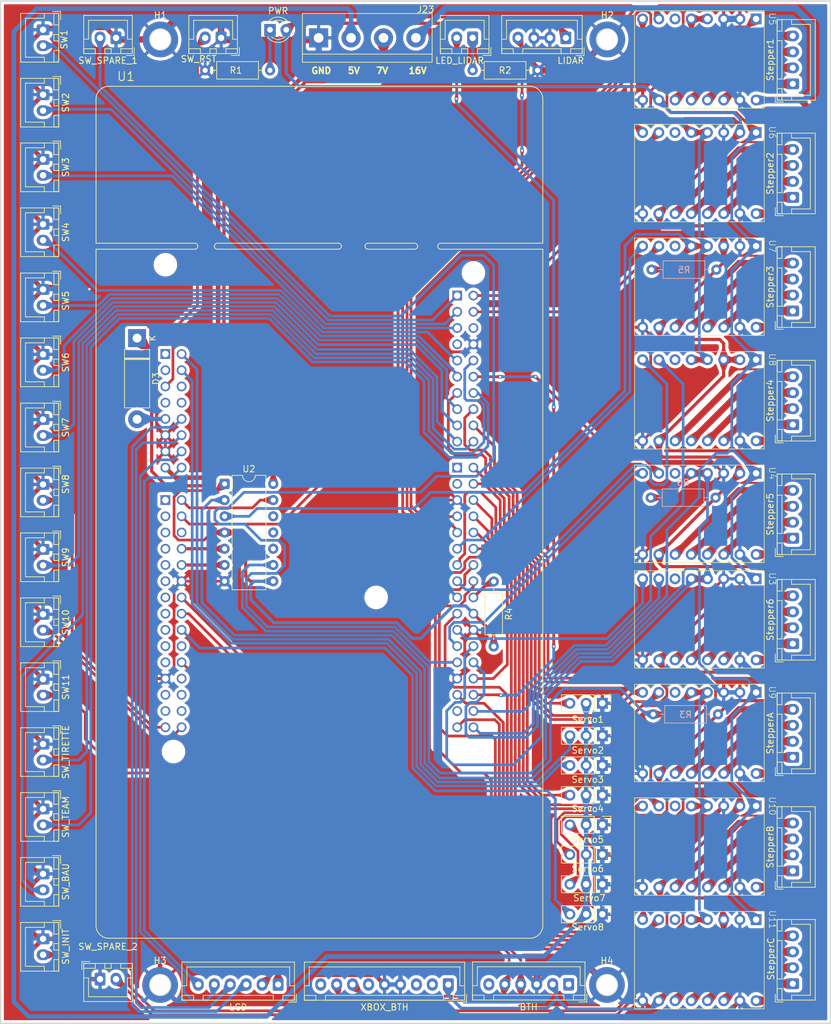
<source format=kicad_pcb>
(kicad_pcb (version 20241229) (generator "pcbnew") (generator_version "9.0")
  (layers (0 "F.Cu" signal) (2 "B.Cu" signal) (13 "F.Paste" user) (15 "B.Paste" user) (5 "F.SilkS" user "F.Silkscreen") (7 "B.SilkS" user "B.Silkscreen") (1 "F.Mask" user) (3 "B.Mask" user) (25 "Edge.Cuts" user))
  (net 0 "")
  (net 1 "Net-(D1-K)")
  (net 2 "VCC")
  (net 3 "Net-(D2-K)")
  (net 4 "LED_LIDAR")
  (net 5 "Net-(D3-A)")
  (net 6 "Net-(Stepper1-Pin_1)")
  (net 7 "Net-(Stepper1-Pin_2)")
  (net 8 "Net-(Stepper1-Pin_3)")
  (net 9 "Net-(Stepper1-Pin_4)")
  (net 10 "Net-(Stepper2-Pin_3)")
  (net 11 "Net-(Stepper2-Pin_4)")
  (net 12 "Net-(Stepper2-Pin_2)")
  (net 13 "Net-(Stepper2-Pin_1)")
  (net 14 "Net-(Stepper3-Pin_2)")
  (net 15 "Net-(Stepper3-Pin_3)")
  (net 16 "Net-(Stepper3-Pin_4)")
  (net 17 "Net-(Stepper3-Pin_1)")
  (net 18 "Net-(Stepper4-Pin_2)")
  (net 19 "Net-(Stepper4-Pin_1)")
  (net 20 "Net-(Stepper4-Pin_3)")
  (net 21 "Net-(Stepper4-Pin_4)")
  (net 22 "Net-(Stepper5-Pin_1)")
  (net 23 "Net-(Stepper5-Pin_4)")
  (net 24 "Net-(Stepper5-Pin_2)")
  (net 25 "Net-(Stepper5-Pin_3)")
  (net 26 "Net-(Stepper6-Pin_1)")
  (net 27 "Net-(Stepper6-Pin_3)")
  (net 28 "Net-(Stepper6-Pin_2)")
  (net 29 "Net-(Stepper6-Pin_4)")
  (net 30 "LIDAR_RX")
  (net 31 "GND")
  (net 32 "BTH_TX")
  (net 33 "BTH_RX")
  (net 34 "LCD_D5")
  (net 35 "LCD_EN")
  (net 36 "LCD_D6")
  (net 37 "LCD_D4")
  (net 38 "LCD_RS")
  (net 39 "LCD_D7")
  (net 40 "Net-(StepperA1-Pin_3)")
  (net 41 "Net-(StepperA1-Pin_4)")
  (net 42 "Net-(StepperA1-Pin_1)")
  (net 43 "Net-(StepperA1-Pin_2)")
  (net 44 "Net-(StepperB1-Pin_2)")
  (net 45 "Net-(StepperB1-Pin_1)")
  (net 46 "Net-(StepperB1-Pin_4)")
  (net 47 "Net-(StepperB1-Pin_3)")
  (net 48 "Net-(StepperC1-Pin_2)")
  (net 49 "Net-(StepperC1-Pin_3)")
  (net 50 "Net-(StepperC1-Pin_4)")
  (net 51 "Net-(StepperC1-Pin_1)")
  (net 52 "P5V")
  (net 53 "PWM_SERVO_1")
  (net 54 "PWM_SERVO_2")
  (net 55 "PWM_SERVO_3")
  (net 56 "PWM_SERVO_4")
  (net 57 "PWM_SERVO_5")
  (net 58 "PWM_SERVO_6")
  (net 59 "PWM_SERVO_7")
  (net 60 "PWM_SERVO_8")
  (net 61 "P7V")
  (net 62 "VBATT_16V")
  (net 63 "UART_AD_0")
  (net 64 "UART_TX")
  (net 65 "UART_RX")
  (net 66 "UART_AD_1")
  (net 67 "UART_AD_2")
  (net 68 "SW_1")
  (net 69 "SW_2")
  (net 70 "SW_3")
  (net 71 "SW_4")
  (net 72 "SW_5")
  (net 73 "SW_6")
  (net 74 "SW_7")
  (net 75 "SW_8")
  (net 76 "SW_9")
  (net 77 "SW_10")
  (net 78 "SW_11")
  (net 79 "SW_TR")
  (net 80 "SW_TM")
  (net 81 "SW_BAU")
  (net 82 "SW_INIT")
  (net 83 "SW_SPARE_1")
  (net 84 "SW_SPARE_2")
  (net 85 "SW_RST")
  (net 89 "DIR_6")
  (net 94 "SEL_UART_0")
  (net 97 "STEP_3")
  (net 100 "DIR_2")
  (net 101 "DIR_5")
  (net 104 "DIR_1")
  (net 106 "DIR_B")
  (net 108 "SEL_UART_2")
  (net 109 "EN_STEP_N")
  (net 111 "STEP_A")
  (net 113 "DIR_C")
  (net 115 "EN_DRIVE_N")
  (net 116 "STEP_5")
  (net 118 "STEP_6")
  (net 120 "SEL_UART_1")
  (net 121 "STEP_2")
  (net 123 "DIR_4")
  (net 126 "STEP_C")
  (net 128 "STEP_4")
  (net 131 "STEP_B")
  (net 133 "DIR_3")
  (net 134 "DIR_A")
  (net 136 "STEP_1")
  (footprint "Connector_JST:JST_XH_B2B-XH-A_1x02_P2.50mm_Vertical" (layer "F.Cu") (at 43.18 99.1 -90)
    (property "Reference" "SW8")
    (property "Value" "SW_Push")
  )
  (footprint "Connector_PinHeader_2.54mm:PinHeader_1x03_P2.54mm_Vertical" (layer "F.Cu") (at 130.81 147.73 -90)
    (property "Reference" "Servo4")
    (property "Value" "Servo4")
  )
  (footprint "LED_THT:LED_D3.0mm" (layer "F.Cu") (at 78.74 27.94)
    (property "Reference" "PWR")
    (property "Value" "LED_PWR")
  )
  (footprint "Connector_JST:JST_XH_B2B-XH-A_1x02_P2.50mm_Vertical" (layer "F.Cu") (at 43.18 109.26 -90)
    (property "Reference" "SW9")
    (property "Value" "SW_Push")
  )
  (footprint "Connector_JST:JST_XH_B2B-XH-A_1x02_P2.50mm_Vertical" (layer "F.Cu") (at 43.18 160.06 -90)
    (property "Reference" "SW_BAU")
    (property "Value" "SW_BAU")
  )
  (footprint "Connector_PinHeader_2.54mm:PinHeader_1x03_P2.54mm_Vertical" (layer "F.Cu") (at 130.81 152.38 -90)
    (property "Reference" "Servo5")
    (property "Value" "Servo5")
  )
  (footprint "Connector_JST:JST_XH_B6B-XH-A_1x06_P2.50mm_Vertical" (layer "F.Cu") (at 125.53 177.3428 180)
    (property "Reference" "BTH")
    (property "Value" "BTH")
  )
  (footprint "Connector_JST:JST_XH_B2B-XH-A_1x02_P2.50mm_Vertical" (layer "F.Cu") (at 43.18 58.38 -90)
    (property "Reference" "SW4")
    (property "Value" "SW_Push")
  )
  (footprint "MountingHole:MountingHole_3.2mm_M3_DIN965_Pad" (layer "F.Cu") (at 61.56 29.46)
    (property "Reference" "H1")
    (property "Value" "MountingHole_Pad")
  )
  (footprint "Connector_JST:JST_XH_B4B-XH-A_1x04_P2.50mm_Vertical" (layer "F.Cu") (at 160.655 36.402 90)
    (property "Reference" "Stepper1")
    (property "Value" "Stepper1")
  )
  (footprint "Resistor_THT:R_Axial_DIN0207_L6.3mm_D2.5mm_P10.16mm_Horizontal" (layer "F.Cu") (at 120.65 34.29 180)
    (property "Reference" "R2")
    (property "Value" "220R")
  )
  (footprint "Connector_PinHeader_2.54mm:PinHeader_1x03_P2.54mm_Vertical" (layer "F.Cu") (at 130.81 133.35 -90)
    (property "Reference" "Servo1")
    (property "Value" "Servo1")
  )
  (footprint "Connector_JST:JST_XH_B2B-XH-A_1x02_P2.50mm_Vertical" (layer "F.Cu") (at 43.18 119.42 -90)
    (property "Reference" "SW10")
    (property "Value" "SW_Push")
  )
  (footprint "TMC2209:TMC2209" (layer "F.Cu") (at 154.9 79.582 -90)
    (property "Reference" "U8")
    (property "Value" "~")
  )
  (footprint "Connector_JST:JST_XH_B2B-XH-A_1x02_P2.50mm_Vertical" (layer "F.Cu") (at 43.18 68.58 -90)
    (property "Reference" "SW5")
    (property "Value" "SW_Push")
  )
  (footprint "Resistor_THT:R_Axial_DIN0207_L6.3mm_D2.5mm_P10.16mm_Horizontal" (layer "F.Cu") (at 68.58 34.29)
    (property "Reference" "R1")
    (property "Value" "220R")
  )
  (footprint "Connector_JST:JST_XH_B2B-XH-A_1x02_P2.50mm_Vertical" (layer "F.Cu") (at 43.18 170.22 -90)
    (property "Reference" "SW_INIT")
    (property "Value" "SW_INIT")
  )
  (footprint "Connector_JST:JST_XH_B2B-XH-A_1x02_P2.50mm_Vertical" (layer "F.Cu") (at 71.08 29.21 180)
    (property "Reference" "SW_RST")
    (property "Value" "SW_RST")
  )
  (footprint "Connector_JST:JST_XH_B2B-XH-A_1x02_P2.50mm_Vertical" (layer "F.Cu") (at 43.18 48.22 -90)
    (property "Reference" "SW3")
    (property "Value" "SW_Push")
  )
  (footprint "Connector_JST:JST_XH_B2B-XH-A_1x02_P2.50mm_Vertical" (layer "F.Cu") (at 43.18 78.74 -90)
    (property "Reference" "SW6")
    (property "Value" "SW_Push")
  )
  (footprint "Connector_PinHeader_2.54mm:PinHeader_1x03_P2.54mm_Vertical" (layer "F.Cu") (at 130.81 138.43 -90)
    (property "Reference" "Servo2")
    (property "Value" "Servo2")
  )
  (footprint "Connector_JST:JST_XH_B2B-XH-A_1x02_P2.50mm_Vertical" (layer "F.Cu") (at 43.18 27.94 -90)
    (property "Reference" "SW1")
    (property "Value" "SW_Push")
  )
  (footprint "Connector_JST:JST_XH_B4B-XH-A_1x04_P2.50mm_Vertical" (layer "F.Cu") (at 160.655 159.592 90)
    (property "Reference" "StepperB")
    (property "Value" "StepperB")
  )
  (footprint "MountingHole:MountingHole_3.2mm_M3_DIN965_Pad" (layer "F.Cu") (at 131.59 29.46)
    (property "Reference" "H2")
    (property "Value" "MountingHole_Pad")
  )
  (footprint "Diode_THT:D_5W_P12.70mm_Horizontal" (layer "F.Cu") (at 57.912 76.2 -90)
    (property "Reference" "D3")
    (property "Value" "D")
  )
  (footprint "Connector_JST:JST_XH_B4B-XH-A_1x04_P2.50mm_Vertical" (layer "F.Cu") (at 160.655 89.742 90)
    (property "Reference" "Stepper4")
    (property "Value" "Stepper4")
  )
  (footprint "Connector_PinHeader_2.54mm:PinHeader_1x03_P2.54mm_Vertical" (layer "F.Cu") (at 130.81 161.68 -90)
    (property "Reference" "Servo7")
    (property "Value" "Servo7")
  )
  (footprint "Connector_JST:JST_XH_B4B-XH-A_1x04_P2.50mm_Vertical" (layer "F.Cu") (at 160.655 177.252 90)
    (property "Reference" "StepperC")
    (property "Value" "StepperC")
  )
  (footprint "MountingHole:MountingHole_3.2mm_M3_DIN965_Pad" (layer "F.Cu") (at 131.53 177.44)
    (property "Reference" "H4")
    (property "Value" "MountingHole_Pad")
  )
  (footprint "TMC2209:MODULE_NUCLEO-F446ZE" (layer "F.Cu") (at 86.48 103.458)
    (property "Reference" "U1")
    (property "Value" "NUCLEO-F446ZE")
  )
  (footprint "MountingHole:MountingHole_3.2mm_M3_DIN965_Pad" (layer "F.Cu") (at 61.52 177.44)
    (property "Reference" "H3")
    (property "Value" "MountingHole_Pad")
  )
  (footprint "Package_DIP:DIP-14_W7.62mm" (layer "F.Cu") (at 71.628 99.013)
    (property "Reference" "U2")
    (property "Value" "CD4066BE")
  )
  (footprint "TMC2209:TMC2209" (layer "F.Cu") (at 154.9 61.802 -90)
    (property "Reference" "U7")
    (property "Value" "~")
  )
  (footprint "Connector_JST:JST_XH_B4B-XH-A_1x04_P2.50mm_Vertical" (layer "F.Cu") (at 160.655 71.962 90)
    (property "Reference" "Stepper3")
    (property "Value" "Stepper3")
  )
  (footprint "Resistor_THT:R_Axial_DIN0207_L6.3mm_D2.5mm_P10.16mm_Horizontal" (layer "F.Cu") (at 113.792 114.3 -90)
    (property "Reference" "R4")
    (property "Value" "1K")
  )
  (footprint "Connector_JST:JST_XH_B2B-XH-A_1x02_P2.50mm_Vertical" (layer "F.Cu") (at 54.61 29.21 180)
    (property "Reference" "SW_SPARE_1")
    (property "Value" "SW_SPARE_1")
  )
  (footprint "TMC2209:TMC2209" (layer "F.Cu") (at 154.9 26.242 -90)
    (property "Reference" "U5")
    (property "Value" "~")
  )
  (footprint "TMC2209:TMC2209" (layer "F.Cu") (at 154.9 44.022 -90)
    (property "Reference" "U6")
    (property "Value" "~")
  )
  (footprint "Connector_JST:JST_XH_B6B-XH-A_1x06_P2.50mm_Vertical" (layer "F.Cu") (at 80.01 177.372 180)
    (property "Reference" "LCD")
    (property "Value" "LCD")
  )
  (footprint "Connector_JST:JST_XH_B4B-XH-A_1x04_P2.50mm_Vertical" (layer "F.Cu") (at 160.655 54.182 90)
    (property "Reference" "Stepper2")
    (property "Value" "Stepper2")
  )
  (footprint "Connector_JST:JST_XH_B4B-XH-A_1x04_P2.50mm_Vertical" (layer "F.Cu") (at 160.655 124.032 90)
    (property "Reference" "Stepper6")
    (property "Value" "Stepper6")
  )
  (footprint "Connector_JST:JST_XH_B2B-XH-A_1x02_P2.50mm_Vertical" (layer "F.Cu") (at 43.18 129.58 -90)
    (property "Reference" "SW11")
    (property "Value" "SW_Push")
  )
  (footprint "Connector_PinHeader_2.54mm:PinHeader_1x03_P2.54mm_Vertical" (layer "F.Cu") (at 130.81 143.08 -90)
    (property "Reference" "Servo3")
    (property "Value" "Servo3")
  )
  (footprint "TMC2209:TMC2209" (layer "F.Cu") (at 154.9 113.872 -90)
    (property "Reference" "U3")
    (property "Value" "~")
  )
  (footprint "TMC2209:TMC2209" (layer "F.Cu") (at 154.9 167.212 -90)
    (property "Reference" "U11")
    (property "Value" "~")
  )
  (footprint "Connector_JST:JST_XH_B2B-XH-A_1x02_P2.50mm_Vertical" (layer "F.Cu") (at 43.18 88.94 -90)
    (property "Reference" "SW7")
    (property "Value" "SW_Push")
  )
  (footprint "Connector_PinHeader_2.54mm:PinHeader_1x03_P2.54mm_Vertical" (layer "F.Cu") (at 130.81 157.03 -90)
    (property "Reference" "Servo6")
    (property "Value" "Servo6")
  )
  (footprint "TMC2209:TMC2209" (layer "F.Cu") (at 154.9 97.362 -90)
    (property "Reference" "U4")
    (property "Value" "~")
  )
  (footprint "Connector_JST:JST_XH_B2B-XH-A_1x02_P2.50mm_Vertical" (layer "F.Cu") (at 52.11 176.53)
    (property "Reference" "SW_SPARE_2")
    (property "Value" "SW_SPARE_2")
  )
  (footprint "Connector_JST:JST_XH_B4B-XH-A_1x04_P2.50mm_Vertical" (layer "F.Cu") (at 125.095 29.210707 180)
    (property "Reference" "LIDAR")
    (property "Value" "LIDAR")
  )
  (footprint "Connector_JST:JST_XH_B4B-XH-A_1x04_P2.50mm_Vertical" (layer "F.Cu") (at 160.655 107.522 90)
    (property "Reference" "Stepper5")
    (property "Value" "Stepper5")
  )
  (footprint "TMC2209:TMC2209" (layer "F.Cu") (at 154.9 131.652 -90)
    (property "Reference" "U9")
    (property "Value" "~")
  )
  (footprint "Connector_JST:JST_XH_B4B-XH-A_1x04_P2.50mm_Vertical" (layer "F.Cu") (at 160.655 141.812 90)
    (property "Reference" "StepperA")
    (property "Value" "StepperA")
  )
  (footprint "TMC2209:TMC2209" (layer "F.Cu") (at 154.9 149.432 -90)
    (property "Reference" "U10")
    (property "Value" "~")
  )
  (footprint "Connector_JST:JST_XH_B2B-XH-A_1x02_P2.50mm_Vertical" (layer "F.Cu") (at 43.18 139.74 -90)
    (property "Reference" "SW_TIRETTE")
    (property "Value" "SW_TIRETTE")
  )
  (footprint "TerminalBlock:TerminalBlock_bornier-4_P5.08mm" (layer "F.Cu") (at 86.36 29.21)
    (property "Reference" "J23")
    (property "Value" "ALIM")
  )
  (footprint "Connector_PinHeader_2.54mm:PinHeader_1x03_P2.54mm_Vertical" (layer "F.Cu") (at 130.81 166.37 -90)
    (property "Reference" "Servo8")
    (property "Value" "Servo8")
  )
  (footprint "Connector_JST:JST_XH_B2B-XH-A_1x02_P2.50mm_Vertical" (layer "F.Cu") (at 43.18 38.1 -90)
    (property "Reference" "SW2")
    (property "Value" "SW_Push")
  )
  (footprint "Connector_JST:JST_XH_B2B-XH-A_1x02_P2.50mm_Vertical" (layer "F.Cu") (at 110.49 29.21 180)
    (property "Reference" "LED_LIDAR")
    (property "Value" "LED_LIDAR")
  )
  (footprint "Connector_JST:JST_XH_B9B-XH-A_1x09_P2.50mm_Vertical" (layer "F.Cu") (at 106.68 177.372 180)
    (property "Reference" "XBOX_BTH")
    (property "Value" "XBOX_BTH")
  )
  (footprint "Connector_JST:JST_XH_B2B-XH-A_1x02_P2.50mm_Vertical" (layer "F.Cu") (at 43.18 149.9 -90)
    (property "Reference" "SW_TEAM")
    (property "Value" "SW_TEAM")
  )
  (footprint "Resistor_THT:R_Axial_DIN0207_L6.3mm_D2.5mm_P10.16mm_Horizontal" (layer "B.Cu") (at 148.677 65.485 180)
    (property "Reference" "R5")
    (property "Value" "22K")
  )
  (footprint "Resistor_THT:R_Axial_DIN0207_L6.3mm_D2.5mm_P10.16mm_Horizontal" (layer "B.Cu") (at 148.931 135.081 180)
    (property "Reference" "R3")
    (property "Value" "22K")
  )
  (footprint "Resistor_THT:R_Axial_DIN0207_L6.3mm_D2.5mm_P10.16mm_Horizontal" (layer "B.Cu") (at 148.55 101.172 180)
    (property "Reference" "R6")
    (property "Value" "22K")
  )
  (gr_line (start 36.54 23.45) (end 46.54 23.45) (stroke (width 0.2)) (layer "Edge.Cuts"))
  (gr_line (start 133.54 183.45) (end 146.54 183.45) (stroke (width 0.2)) (layer "Edge.Cuts"))
  (gr_line (start 59.54 183.45) (end 133.54 183.45) (stroke (width 0.2)) (layer "Edge.Cuts"))
  (gr_circle (center 131.540001 177.450001) (end 133.190001 177.450001) (stroke (width 0.2)) (fill no) (layer "Edge.Cuts"))
  (gr_line (start 46.54 23.45) (end 59.54 23.45) (stroke (width 0.2)) (layer "Edge.Cuts"))
  (gr_line (start 59.54 183.45) (end 46.54 183.45) (stroke (width 0.2)) (layer "Edge.Cuts"))
  (gr_circle (center 61.539999 29.449999) (end 63.189999 29.449999) (stroke (width 0.2)) (fill no) (layer "Edge.Cuts"))
  (gr_line (start 166.54 183.45) (end 146.54 183.45) (stroke (width 0.2)) (layer "Edge.Cuts"))
  (gr_circle (center 131.540001 29.449999) (end 133.190001 29.449999) (stroke (width 0.2)) (fill no) (layer "Edge.Cuts"))
  (gr_line (start 133.54 23.45) (end 146.54 23.45) (stroke (width 0.2)) (layer "Edge.Cuts"))
  (gr_line (start 166.54 183.45) (end 166.54 23.45) (stroke (width 0.2)) (layer "Edge.Cuts"))
  (gr_line (start 36.54 183.45) (end 46.54 183.45) (stroke (width 0.2)) (layer "Edge.Cuts"))
  (gr_line (start 166.54 23.45) (end 146.54 23.45) (stroke (width 0.2)) (layer "Edge.Cuts"))
  (gr_line (start 133.54 23.45) (end 59.54 23.45) (stroke (width 0.2)) (layer "Edge.Cuts"))
  (gr_circle (center 61.539999 177.450001) (end 63.189999 177.450001) (stroke (width 0.2)) (fill no) (layer "Edge.Cuts"))
  (gr_line (start 36.54 23.45) (end 36.54 183.45) (stroke (width 0.2)) (layer "Edge.Cuts"))
  (gr_text "GND" (at 85.09 34.925 0) (layer "F.SilkS") (effects (font (size 1 1) (thickness 0.25) (bold yes)) (justify left bottom)))
  (gr_text "5V" (at 90.805 34.925 0) (layer "F.SilkS") (effects (font (size 1 1) (thickness 0.25) (bold yes)) (justify left bottom)))
  (gr_text "16V" (at 100.33 34.925 0) (layer "F.SilkS") (effects (font (size 1 1) (thickness 0.25) (bold yes)) (justify left bottom)))
  (gr_text "7V" (at 95.25 34.925 0) (layer "F.SilkS") (effects (font (size 1 1) (thickness 0.25) (bold yes)) (justify left bottom)))
  (segment (start 78.74 27.94) (end 78.74 34.29) (width 0.425) (layer "B.Cu") (net 1))
  (segment (start 139.66 179.912) (end 149.82 169.752) (width 0.5) (layer "F.Cu") (net 2))
  (segment (start 99.06 32.512) (end 99.06 26.924) (width 0.5) (layer "F.Cu") (net 2))
  (segment (start 149.82 79.582) (end 149.82 77.042) (width 0.5) (layer "F.Cu") (net 2))
  (segment (start 125.095 29.210707) (end 125.095 28.575) (width 0.5) (layer "F.Cu") (net 2))
  (segment (start 149.82 64.342) (end 149.82 61.802) (width 0.5) (layer "F.Cu") (net 2))
  (segment (start 140.93 128.477) (end 139.66 127.207) (width 0.5) (layer "F.Cu") (net 2))
  (segment (start 123.444 26.924) (end 99.06 26.924) (width 0.5) (layer "F.Cu") (net 2))
  (segment (start 99.06 26.924) (end 82.296 26.924) (width 0.5) (layer "F.Cu") (net 2))
  (segment (start 158.075 111.967) (end 140.295 111.967) (width 0.5) (layer "F.Cu") (net 2))
  (segment (start 147.708 163.83) (end 149.82 165.942) (width 0.5) (layer "F.Cu") (net 2))
  (segment (start 57.912 76.2) (end 60.198 78.486) (width 0.5) (layer "F.Cu") (net 2))
  (segment (start 158.075 128.477) (end 140.93 128.477) (width 0.5) (layer "F.Cu") (net 2))
  (segment (start 140.295 111.967) (end 139.66 111.332) (width 0.5) (layer "F.Cu") (net 2))
  (segment (start 151.059 132.953) (end 158.044 132.953) (width 0.5) (layer "F.Cu") (net 2))
  (segment (start 158.71 132.287) (end 158.71 129.112) (width 0.5) (layer "F.Cu") (net 2))
  (segment (start 149.185 58.627) (end 149.82 59.262) (width 0.5) (layer "F.Cu") (net 2))
  (segment (start 149.82 79.582) (end 149.82 82.122) (width 0.5) (layer "F.Cu") (net 2))
  (segment (start 158.71 129.112) (end 158.075 128.477) (width 0.5) (layer "F.Cu") (net 2))
  (segment (start 149.82 169.752) (end 149.82 167.212) (width 0.5) (layer "F.Cu") (net 2))
  (segment (start 139.66 92.282) (end 139.66 94.187) (width 0.5) (layer "F.Cu") (net 2))
  (segment (start 139.66 162.132) (end 139.66 163.282) (width 0.5) (layer "F.Cu") (net 2))
  (segment (start 140.295 76.407) (end 139.66 75.772) (width 0.5) (layer "F.Cu") (net 2))
  (segment (start 139.66 127.207) (end 139.66 126.572) (width 0.5) (layer "F.Cu") (net 2))
  (segment (start 62.484 99.314) (end 68.326 99.314) (width 0.5) (layer "F.Cu") (net 2))
  (segment (start 79.248 97.282) (end 78.74 96.774) (width 0.5) (layer "F.Cu") (net 2))
  (segment (start 125.095 28.575) (end 123.444 26.924) (width 0.5) (layer "F.Cu") (net 2))
  (segment (start 139.66 163.282) (end 140.208 163.83) (width 0.5) (layer "F.Cu") (net 2))
  (segment (start 139.66 144.352) (end 139.66 145.622) (width 0.5) (layer "F.Cu") (net 2))
  (segment (start 149.185 76.407) (end 140.295 76.407) (width 0.5) (layer "F.Cu") (net 2))
  (segment (start 139.66 111.332) (end 139.66 110.062) (width 0.5) (layer "F.Cu") (net 2))
  (segment (start 152.36 96.092) (end 152.36 97.362) (width 0.5) (layer "F.Cu") (net 2))
  (segment (start 139.66 74.502) (end 149.82 64.342) (width 0.5) (layer "F.Cu") (net 2))
  (segment (start 71.5264 48.8696) (end 84.328 36.068) (width 0.5) (layer "F.Cu") (net 2))
  (segment (start 71.5264 95.8596) (end 72.4408 96.774) (width 0.5) (layer "F.Cu") (net 2))
  (segment (start 158.71 112.602) (end 158.075 111.967) (width 0.5) (layer "F.Cu") (net 2))
  (segment (start 60.198 78.486) (end 60.198 97.028) (width 0.5) (layer "F.Cu") (net 2))
  (segment (start 139.66 126.572) (end 151.059 115.173) (width 0.5) (layer "F.Cu") (net 2))
  (segment (start 149.82 165.942) (end 149.82 167.212) (width 0.5) (layer "F.Cu") (net 2))
  (segment (start 140.295 94.822) (end 151.09 94.822) (width 0.5) (layer "F.Cu") (net 2))
  (segment (start 158.044 132.953) (end 158.71 132.287) (width 0.5) (layer "F.Cu") (net 2))
  (segment (start 149.82 59.262) (end 149.82 61.802) (width 0.5) (layer "F.Cu") (net 2))
  (segment (start 140.295 58.627) (end 149.185 58.627) (width 0.5) (layer "F.Cu") (net 2))
  (segment (start 158.044 115.173) (end 158.71 114.507) (width 0.5) (layer "F.Cu") (net 2))
  (segment (start 79.248 99.013) (end 79.248 97.282) (width 0.5) (layer "F.Cu") (net 2))
  (segment (start 71.5264 95.8596) (end 71.5264 48.8696) (width 0.5) (layer "F.Cu") (net 2))
  (segment (start 139.66 162.132) (end 152.36 149.432) (width 0.5) (layer "F.Cu") (net 2))
  (segment (start 139.66 57.992) (end 140.295 58.627) (width 0.5) (layer "F.Cu") (net 2))
  (segment (start 139.66 75.772) (end 139.66 74.502) (width 0.5) (layer "F.Cu") (net 2))
  (segment (start 149.82 79.582) (end 152.36 79.582) (width 0.5) (layer "F.Cu") (net 2))
  (segment (start 84.328 36.068) (end 95.504 36.068) (width 0.5) (layer "F.Cu") (net 2))
  (segment (start 71.5264 96.1136) (end 71.5264 95.8596) (width 0.5) (layer "F.Cu") (net 2))
  (segment (start 139.66 94.187) (end 140.295 94.822) (width 0.5) (layer "F.Cu") (net 2))
  (segment (start 78.74 96.774) (end 72.4408 96.774) (width 0.5) (layer "F.Cu") (net 2))
  (segment (start 158.71 114.507) (end 158.71 112.602) (width 0.5) (layer "F.Cu") (net 2))
  (segment (start 150.622 145.796) (end 150.876 146.05) (width 0.5) (layer "F.Cu") (net 2))
  (segment (start 150.876 146.05) (end 150.883 146.05) (width 0.5) (layer "F.Cu") (net 2))
  (segment (start 139.66 56.722) (end 152.36 44.022) (width 0.5) (layer "F.Cu") (net 2))
  (segment (start 82.296 26.924) (end 81.28 27.94) (width 0.5) (layer "F.Cu") (net 2))
  (segment (start 139.66 56.722) (end 139.66 57.992) (width 0.5) (layer "F.Cu") (net 2))
  (segment (start 140.208 163.83) (end 147.708 163.83) (width 0.5) (layer "F.Cu") (net 2))
  (segment (start 149.82 82.122) (end 139.66 92.282) (width 0.5) (layer "F.Cu") (net 2))
  (segment (start 139.834 145.796) (end 150.622 145.796) (width 0.5) (layer "F.Cu") (net 2))
  (segment (start 149.82 77.042) (end 149.185 76.407) (width 0.5) (layer "F.Cu") (net 2))
  (segment (start 152.36 147.527) (end 152.36 149.432) (width 0.5) (layer "F.Cu") (net 2))
  (segment (start 151.09 94.822) (end 152.36 96.092) (width 0.5) (layer "F.Cu") (net 2))
  (segment (start 151.059 115.173) (end 158.044 115.173) (width 0.5) (layer "F.Cu") (net 2))
  (segment (start 95.504 36.068) (end 99.06 32.512) (width 0.5) (layer "F.Cu") (net 2))
  (segment (start 139.66 110.062) (end 152.36 97.362) (width 0.5) (layer "F.Cu") (net 2))
  (segment (start 139.66 145.622) (end 139.834 145.796) (width 0.5) (layer "F.Cu") (net 2))
  (segment (start 60.198 97.028) (end 62.484 99.314) (width 0.5) (layer "F.Cu") (net 2))
  (segment (start 150.883 146.05) (end 152.36 147.527) (width 0.5) (layer "F.Cu") (net 2))
  (segment (start 68.326 99.314) (end 71.5264 96.1136) (width 0.5) (layer "F.Cu") (net 2))
  (segment (start 139.66 144.352) (end 151.059 132.953) (width 0.5) (layer "F.Cu") (net 2))
  (segment (start 125.333 181.213) (end 123.665 179.545) (width 0.5) (layer "B.Cu") (net 2))
  (segment (start 123.665 179.545) (end 123.665 177.9778) (width 0.5) (layer "B.Cu") (net 2))
  (segment (start 152.4 43.982) (end 152.36 44.022) (width 0.5) (layer "B.Cu") (net 2))
  (segment (start 123.665 177.9778) (end 123.03 177.3428) (width 0.5) (layer "B.Cu") (net 2))
  (segment (start 83.312 36.83) (end 81.28 34.798) (width 0.5) (layer "B.Cu") (net 2))
  (segment (start 139.66 38.942) (end 137.548 36.83) (width 0.5) (layer "B.Cu") (net 2))
  (segment (start 137.548 36.83) (end 83.312 36.83) (width 0.5) (layer "B.Cu") (net 2))
  (segment (start 152.4 41.91) (end 152.4 43.982) (width 0.5) (layer "B.Cu") (net 2))
  (segment (start 151.384 40.894) (end 152.4 41.91) (width 0.5) (layer "B.Cu") (net 2))
  (segment (start 139.66 179.912) (end 138.359 181.213) (width 0.5) (layer "B.Cu") (net 2))
  (segment (start 108.712 181.102) (end 122.108 181.102) (width 0.5) (layer "B.Cu") (net 2))
  (segment (start 139.66 38.942) (end 141.612 40.894) (width 0.5) (layer "B.Cu") (net 2))
  (segment (start 81.28 34.798) (end 81.28 27.94) (width 0.5) (layer "B.Cu") (net 2))
  (segment (start 122.108 181.102) (end 123.665 179.545) (width 0.5) (layer "B.Cu") (net 2))
  (segment (start 138.359 181.213) (end 125.333 181.213) (width 0.5) (layer "B.Cu") (net 2))
  (segment (start 106.68 179.07) (end 108.712 181.102) (width 0.5) (layer "B.Cu") (net 2))
  (segment (start 141.612 40.894) (end 151.384 40.894) (width 0.5) (layer "B.Cu") (net 2))
  (segment (start 106.68 177.372) (end 106.68 179.07) (width 0.5) (layer "B.Cu") (net 2))
  (segment (start 110.49 29.21) (end 110.49 34.29) (width 0.425) (layer "B.Cu") (net 3))
  (segment (start 123.19 86.995) (end 123.19 124.46) (width 0.425) (layer "F.Cu") (net 4))
  (segment (start 107.95 38.735) (end 107.99 38.695) (width 0.425) (layer "F.Cu") (net 4))
  (segment (start 114.860372 132.028) (end 114.923686 132.091314) (width 0.425) (layer "F.Cu") (net 4))
  (segment (start 107.99 38.695) (end 107.99 29.21) (width 0.425) (layer "F.Cu") (net 4))
  (segment (start 110.61 132.028) (end 114.860372 132.028) (width 0.425) (layer "F.Cu") (net 4))
  (via (at 123.19 124.46) (size 0.6) (drill 0.3) (layers "F.Cu" "B.Cu") (net 4))
  (via (at 123.19 86.995) (size 0.6) (drill 0.3) (layers "F.Cu" "B.Cu") (net 4))
  (via (at 114.923686 132.091314) (size 0.6) (drill 0.3) (layers "F.Cu" "B.Cu") (net 4))
  (via (at 107.95 38.735) (size 0.6) (drill 0.3) (layers "F.Cu" "B.Cu") (net 4))
  (segment (start 123.19 126.365) (end 123.19 124.46) (width 0.425) (layer "B.Cu") (net 4))
  (segment (start 123.19 54.61) (end 107.95 39.37) (width 0.425) (layer "B.Cu") (net 4))
  (segment (start 114.923686 132.091314) (end 117.463686 132.091314) (width 0.425) (layer "B.Cu") (net 4))
  (segment (start 107.95 39.37) (end 107.95 38.735) (width 0.425) (layer "B.Cu") (net 4))
  (segment (start 117.463686 132.091314) (end 123.19 126.365) (width 0.425) (layer "B.Cu") (net 4))
  (segment (start 123.19 86.995) (end 123.19 54.61) (width 0.425) (layer "B.Cu") (net 4))
  (segment (start 62.35 88.848) (end 57.964 88.848) (width 0.7) (layer "B.Cu") (net 5))
  (segment (start 57.964 88.848) (end 57.912 88.9) (width 0.7) (layer "B.Cu") (net 5))
  (segment (start 159.98 36.402) (end 152.36 36.402) (width 1) (layer "F.Cu") (net 6))
  (segment (start 152.36 36.402) (end 149.82 38.942) (width 1) (layer "F.Cu") (net 6))
  (segment (start 152.32 33.902) (end 147.28 38.942) (width 1) (layer "F.Cu") (net 7))
  (segment (start 159.98 33.902) (end 152.32 33.902) (width 1) (layer "F.Cu") (net 7))
  (segment (start 159.98 31.402) (end 152.28 31.402) (width 1) (layer "F.Cu") (net 8))
  (segment (start 152.28 31.402) (end 144.74 38.942) (width 1) (layer "F.Cu") (net 8))
  (segment (start 152.24 28.902) (end 142.2 38.942) (width 1) (layer "F.Cu") (net 9))
  (segment (start 159.98 28.902) (end 152.24 28.902) (width 1) (layer "F.Cu") (net 9))
  (segment (start 152.28 49.182) (end 144.74 56.722) (width 1) (layer "F.Cu") (net 10))
  (segment (start 159.98 49.182) (end 152.28 49.182) (width 1) (layer "F.Cu") (net 10))
  (segment (start 159.98 46.682) (end 152.24 46.682) (width 1) (layer "F.Cu") (net 11))
  (segment (start 152.24 46.682) (end 142.2 56.722) (width 1) (layer "F.Cu") (net 11))
  (segment (start 152.32 51.682) (end 147.28 56.722) (width 1) (layer "F.Cu") (net 12))
  (segment (start 159.98 51.682) (end 152.32 51.682) (width 1) (layer "F.Cu") (net 12))
  (segment (start 152.36 54.182) (end 149.82 56.722) (width 1) (layer "F.Cu") (net 13))
  (segment (start 159.98 54.182) (end 152.36 54.182) (width 1) (layer "F.Cu") (net 13))
  (segment (start 159.98 69.462) (end 152.32 69.462) (width 1) (layer "F.Cu") (net 14))
  (segment (start 152.32 69.462) (end 147.28 74.502) (width 1) (layer "F.Cu") (net 14))
  (segment (start 159.98 66.962) (end 152.28 66.962) (width 1) (layer "F.Cu") (net 15))
  (segment (start 152.28 66.962) (end 144.74 74.502) (width 1) (layer "F.Cu") (net 15))
  (segment (start 152.24 64.462) (end 142.2 74.502) (width 1) (layer "F.Cu") (net 16))
  (segment (start 159.98 64.462) (end 152.24 64.462) (width 1) (layer "F.Cu") (net 16))
  (segment (start 159.98 71.962) (end 152.36 71.962) (width 1) (layer "F.Cu") (net 17))
  (segment (start 152.36 71.962) (end 149.82 74.502) (width 1) (layer "F.Cu") (net 17))
  (segment (start 152.32 87.242) (end 147.28 92.282) (width 1) (layer "F.Cu") (net 18))
  (segment (start 159.98 87.242) (end 152.32 87.242) (width 1) (layer "F.Cu") (net 18))
  (segment (start 159.98 89.742) (end 152.36 89.742) (width 1) (layer "F.Cu") (net 19))
  (segment (start 152.36 89.742) (end 149.82 92.282) (width 1) (layer "F.Cu") (net 19))
  (segment (start 159.98 84.742) (end 152.28 84.742) (width 1) (layer "F.Cu") (net 20))
  (segment (start 152.28 84.742) (end 144.74 92.282) (width 1) (layer "F.Cu") (net 20))
  (segment (start 152.24 82.242) (end 142.2 92.282) (width 1) (layer "F.Cu") (net 21))
  (segment (start 159.98 82.242) (end 152.24 82.242) (width 1) (layer "F.Cu") (net 21))
  (segment (start 152.36 107.522) (end 149.82 110.062) (width 1) (layer "F.Cu") (net 22))
  (segment (start 159.98 107.522) (end 152.36 107.522) (width 1) (layer "F.Cu") (net 22))
  (segment (start 159.98 100.022) (end 152.24 100.022) (width 1) (layer "F.Cu") (net 23))
  (segment (start 152.24 100.022) (end 142.2 110.062) (width 1) (layer "F.Cu") (net 23))
  (segment (start 159.98 105.022) (end 152.32 105.022) (width 1) (layer "F.Cu") (net 24))
  (segment (start 152.32 105.022) (end 147.28 110.062) (width 1) (layer "F.Cu") (net 24))
  (segment (start 152.28 102.522) (end 144.74 110.062) (width 1) (layer "F.Cu") (net 25))
  (segment (start 159.98 102.522) (end 152.28 102.522) (width 1) (layer "F.Cu") (net 25))
  (segment (start 159.98 124.032) (end 152.36 124.032) (width 1) (layer "F.Cu") (net 26))
  (segment (start 152.36 124.032) (end 149.82 126.572) (width 1) (layer "F.Cu") (net 26))
  (segment (start 152.28 119.032) (end 144.74 126.572) (width 1) (layer "F.Cu") (net 27))
  (segment (start 159.98 119.032) (end 152.28 119.032) (width 1) (layer "F.Cu") (net 27))
  (segment (start 159.98 121.532) (end 152.32 121.532) (width 1) (layer "F.Cu") (net 28))
  (segment (start 152.32 121.532) (end 147.28 126.572) (width 1) (layer "F.Cu") (net 28))
  (segment (start 152.24 116.532) (end 142.2 126.572) (width 1) (layer "F.Cu") (net 29))
  (segment (start 159.98 116.532) (end 152.24 116.532) (width 1) (layer "F.Cu") (net 29))
  (segment (start 118.2116 38.2016) (end 118.2116 37.9984) (width 0.425) (layer "F.Cu") (net 30))
  (segment (start 118.23 37.98) (end 118.23 29.21) (width 0.425) (layer "F.Cu") (net 30))
  (segment (start 118.23 49.156) (end 98.806 68.58) (width 0.425) (layer "F.Cu") (net 30))
  (segment (start 98.806 68.58) (end 98.806 86.868) (width 0.425) (layer "F.Cu") (net 30))
  (segment (start 118.23 46.856) (end 118.23 49.156) (width 0.425) (layer "F.Cu") (net 30))
  (segment (start 66.1085 105.3065) (end 64.89 104.088) (width 0.425) (layer "F.Cu") (net 30))
  (segment (start 118.2116 37.9984) (end 118.23 37.98) (width 0.425) (layer "F.Cu") (net 30))
  (segment (start 98.806 86.868) (end 80.3675 105.3065) (width 0.425) (layer "F.Cu") (net 30))
  (segment (start 80.3675 105.3065) (end 66.1085 105.3065) (width 0.425) (layer "F.Cu") (net 30))
  (via (at 118.23 46.856) (size 0.6) (drill 0.3) (layers "F.Cu" "B.Cu") (net 30))
  (via (at 118.2116 38.2016) (size 0.6) (drill 0.3) (layers "F.Cu" "B.Cu") (net 30))
  (segment (start 118.2116 38.2016) (end 118.2116 46.8376) (width 0.425) (layer "B.Cu") (net 30))
  (segment (start 118.2116 46.8376) (end 118.23 46.856) (width 0.425) (layer "B.Cu") (net 30))
  (segment (start 53.923 129.488) (end 48.4155 123.9805) (width 0.5) (layer "F.Cu") (net 31))
  (segment (start 71.628 114.253) (end 64.895 114.253) (width 0.425) (layer "F.Cu") (net 31))
  (segment (start 128.08 173.99) (end 122.555 173.99) (width 1) (layer "F.Cu") (net 31))
  (segment (start 64.89 114.248) (end 63.7115 115.4265) (width 0.425) (layer "F.Cu") (net 31))
  (segment (start 71.411 29.541) (end 71.08 29.21) (width 1) (layer "F.Cu") (net 31))
  (segment (start 41.402 175.26) (end 41.402 171.998) (width 0.7) (layer "F.Cu") (net 31))
  (segment (start 43.18 68.58) (end 41.275 66.675) (width 0.7) (layer "F.Cu") (net 31))
  (segment (start 105.41 100.33) (end 106.628 101.548) (width 0.425) (layer "F.Cu") (net 31))
  (segment (start 86.029 29.541) (end 71.411 29.541) (width 1) (layer "F.Cu") (net 31))
  (segment (start 43.18 48.22) (end 41.315 46.355) (width 0.7) (layer "F.Cu") (net 31))
  (segment (start 41.275 121.285) (end 41.315 121.285) (width 0.7) (layer "F.Cu") (net 31))
  (segment (start 105.41 79.375) (end 105.41 100.33) (width 0.425) (layer "F.Cu") (net 31))
  (segment (start 41.275 60.285) (end 43.18 58.38) (width 0.7) (layer "F.Cu") (net 31))
  (segment (start 43.18 149.9) (end 41.275 147.995) (width 0.7) (layer "F.Cu") (net 31))
  (segment (start 149.82 113.872) (end 152.36 113.872) (width 0.425) (layer "F.Cu") (net 31))
  (segment (start 71.08 27.265) (end 71.08 29.21) (width 1) (layer "F.Cu") (net 31))
  (segment (start 86.36 29.21) (end 86.029 29.541) (width 1) (layer "F.Cu") (net 31))
  (segment (start 41.275 80.645) (end 43.18 78.74) (width 0.7) (layer "F.Cu") (net 31))
  (segment (start 131.53 177.44) (end 128.08 173.99) (width 1) (layer "F.Cu") (net 31))
  (segment (start 147.9435 95.4855) (end 139.121419 95.4855) (width 0.425) (layer "F.Cu") (net 31))
  (segment (start 63.7115 128.1265) (end 62.35 129.488) (width 0.425) (layer "F.Cu") (net 31))
  (segment (start 59.78 170.22) (end 43.18 170.22) (width 0.7) (layer "F.Cu") (net 31))
  (segment (start 48.4155 123.9805) (end 48.4155 103.3355) (width 0.5) (layer "F.Cu") (net 31))
  (segment (start 41.275 66.675) (end 41.275 60.285) (width 0.7) (layer "F.Cu") (net 31))
  (segment (start 137.12 93.484081) (end 137.12 92.282) (width 0.425) (layer "F.Cu") (net 31))
  (segment (start 41.275 137.795) (end 41.275 131.485) (width 0.7) (layer "F.Cu") (net 31))
  (segment (start 130.81 157.03) (end 142.222 157.03) (width 0.7) (layer "F.Cu") (net 31))
  (segment (start 84.504 175.846) (end 80.04 180.31) (width 0.7) (layer "F.Cu") (net 31))
  (segment (start 62.35 91.388) (end 62.178 91.388) (width 0.425) (layer "F.Cu") (net 31))
  (segment (start 43.18 119.42) (end 41.275 117.515) (width 0.7) (layer "F.Cu") (net 31))
  (segment (start 150.154 182.118) (end 152.36 179.912) (width 0.7) (layer "F.Cu") (net 31))
  (segment (start 113.272 74.502) (end 137.12 74.502) (width 0.425) (layer "F.Cu") (net 31))
  (segment (start 43.18 27.94) (end 43.461 27.659) (width 0.7) (layer "F.Cu") (net 31))
  (segment (start 41.275 101.005) (end 43.18 99.1) (width 0.7) (layer "F.Cu") (net 31))
  (segment (start 135.255 111.927) (end 135.255 124.707) (width 0.425) (layer "F.Cu") (net 31))
  (segment (start 63.5 26.67) (end 70.485 26.67) (width 1) (layer "F.Cu") (net 31))
  (segment (start 41.275 127.675) (end 41.275 121.285) (width 0.7) (layer "F.Cu") (net 31))
  (segment (start 139.326 182.118) (end 150.154 182.118) (width 0.7) (layer "F.Cu") (net 31))
  (segment (start 43.18 160.06) (end 42.585 160.06) (width 0.7) (layer "F.Cu") (net 31))
  (segment (start 109.4315 78.3425) (end 106.4425 78.3425) (width 0.425) (layer "F.Cu") (net 31))
  (segment (start 61.56 28.61) (end 61.56 29.46) (width 1) (layer "F.Cu") (net 31))
  (segment (start 106.4425 78.3425) (end 105.41 79.375) (width 0.425) (layer "F.Cu") (net 31))
  (segment (start 149.94 26.242) (end 150.114 26.416) (width 1) (layer "F.Cu") (net 31))
  (segment (start 137.12 126.572) (end 149.82 113.872) (width 0.425) (layer "F.Cu") (net 31))
  (segment (start 62.35 129.488) (end 53.923 129.488) (width 0.5) (layer "F.Cu") (net 31))
  (segment (start 43.18 129.58) (end 41.275 127.675) (width 0.7) (layer "F.Cu") (net 31))
  (segment (start 41.275 90.845) (end 43.18 88.94) (width 0.7) (layer "F.Cu") (net 31))
  (segment (start 41.275 158.75) (end 41.275 151.805) (width 0.7) (layer "F.Cu") (net 31))
  (segment (start 62.178 91.388) (end 60.96 90.17) (width 0.425) (layer "F.Cu") (net 31))
  (segment (start 43.18 78.74) (end 41.275 76.835) (width 0.7) (layer "F.Cu") (net 31))
  (segment (start 139.121419 95.4855) (end 137.12 93.484081) (width 0.425) (layer "F.Cu") (net 31))
  (segment (start 110.61 77.164) (end 109.4315 78.3425) (width 0.425) (layer "F.Cu") (net 31))
  (segment (start 41.275 141.645) (end 43.18 139.74) (width 0.7) (layer "F.Cu") (net 31))
  (segment (start 41.275 40.005) (end 43.18 38.1) (width 0.7) (layer "F.Cu") (net 31))
  (segment (start 41.275 29.845) (end 43.18 27.94) (width 0.7) (layer "F.Cu") (net 31))
  (segment (start 64.895 114.253) (end 64.89 114.248) (width 0.425) (layer "F.Cu") (net 31))
  (segment (start 41.275 151.805) (end 43.18 149.9) (width 0.7) (layer "F.Cu") (net 31))
  (segment (start 53.059 27.659) (end 54.61 29.21) (width 0.7) (layer "F.Cu") (net 31))
  (segment (start 44.18 99.1) (end 43.18 99.1) (width 0.5) (layer "F.Cu") (net 31))
  (segment (start 96.68 177.372) (end 95.154 175.846) (width 0.7) (layer "F.Cu") (net 31))
  (segment (start 43.461 27.659) (end 53.059 27.659) (width 0.7) (layer "F.Cu") (net 31))
  (segment (start 138.3835 91.0185) (end 137.12 92.282) (width 0.425) (layer "F.Cu") (net 31))
  (segment (start 43.18 88.94) (end 43.18 88.9) (width 0.7) (layer "F.Cu") (net 31))
  (segment (start 41.275 168.91) (end 41.275 161.925) (width 0.7) (layer "F.Cu") (net 31))
  (segment (start 143.891 24.384) (end 149.479 24.384) (width 0.425) (layer "F.Cu") (net 31))
  (segment (start 41.275 76.835) (end 41.275 70.485) (width 0.7) (layer "F.Cu") (net 31))
  (segment (start 41.275 117.515) (end 41.275 111.165) (width 0.7) (layer "F.Cu") (net 31))
  (segment (start 120.65 33.655) (end 120.095 33.1) (width 0.425) (layer "F.Cu") (net 31))
  (segment (start 110.61 121.868) (end 109.2485 123.2295) (width 0.425) (layer "F.Cu") (net 31))
  (segment (start 149.82 24.725) (end 149.82 26.242) (width 0.425) (layer "F.Cu") (net 31))
  (segment (start 54.86 29.46) (end 54.61 29.21) (width 1) (layer "F.Cu") (net 31))
  (segment (start 137.12 74.502) (end 138.3835 75.7655) (width 0.425) (layer "F.Cu") (net 31))
  (segment (start 120.65 34.29) (end 120.65 33.655) (width 0.425) (layer "F.Cu") (net 31))
  (segment (start 80.04 180.31) (end 64.39 180.31) (width 0.7) (layer "F.Cu") (net 31))
  (segment (start 41.275 50.125) (end 43.18 48.22) (width 0.7) (layer "F.Cu") (net 31))
  (segment (start 41.275 107.315) (end 41.275 101.005) (width 0.7) (layer "F.Cu") (net 31))
  (segment (start 42.672 176.53) (end 41.402 175.26) (width 0.7) (layer "F.Cu") (net 31))
  (segment (start 142.222 157.03) (end 149.82 149.432) (width 0.7) (layer "F.Cu") (net 31))
  (segment (start 41.275 86.995) (end 41.275 80.645) (width 0.7) (layer "F.Cu") (net 31))
  (segment (start 43.18 38.1) (end 41.275 36.195) (width 0.7) (layer "F.Cu") (net 31))
  (segment (start 41.315 46.355) (end 41.275 46.355) (width 0.7) (layer "F.Cu") (net 31))
  (segment (start 149.82 97.362) (end 147.9435 95.4855) (width 0.425) (layer "F.Cu") (net 31))
  (segment (start 123.23 29.21) (end 120.095 29.21) (width 0.425) (layer "F.Cu") (net 31))
  (segment (start 52.11 176.53) (end 42.672 176.53) (width 0.7) (layer "F.Cu") (net 31))
  (segment (start 109.2485 123.2295) (end 109.2485 128.3095) (width 0.425) (layer "F.Cu") (net 31))
  (segment (start 42.585 160.06) (end 41.275 158.75) (width 0.7) (layer "F.Cu") (net 31))
  (segment (start 64.39 180.31) (end 61.52 177.44) (width 0.7) (layer "F.Cu") (net 31))
  (segment (start 62.35 91.388) (end 62.35 93.928) (width 0.425) (layer "F.Cu") (net 31))
  (segment (start 43.18 88.9) (end 41.275 86.995) (width 0.7) (layer "F.Cu") (net 31))
  (segment (start 41.315 121.285) (end 43.18 119.42) (width 0.7) (layer "F.Cu") (net 31))
  (segment (start 41.275 46.355) (end 41.275 40.005) (width 0.7) (layer "F.Cu") (net 31))
  (segment (start 41.275 147.995) (end 41.275 141.645) (width 0.7) (layer "F.Cu") (net 31))
  (segment (start 70.485 26.67) (end 71.08 27.265) (width 1) (layer "F.Cu") (net 31))
  (segment (start 143.4765 30.5135) (end 143.4765 24.7985) (width 0.425) (layer "F.Cu") (net 31))
  (segment (start 63.7115 115.4265) (end 63.7115 128.1265) (width 0.425) (layer "F.Cu") (net 31))
  (segment (start 137.12 36.87) (end 143.4765 30.5135) (width 0.425) (layer "F.Cu") (net 31))
  (segment (start 60.96 90.17) (end 60.96 75.621) (width 0.425) (layer "F.Cu") (net 31))
  (segment (start 43.18 99.1) (end 41.275 97.195) (width 0.7) (layer "F.Cu") (net 31))
  (segment (start 43.14 160.06) (end 43.18 160.06) (width 0.7) (layer "F.Cu") (net 31))
  (segment (start 106.628 101.548) (end 108.07 101.548) (width 0.425) (layer "F.Cu") (net 31))
  (segment (start 137.12 38.942) (end 137.12 36.87) (width 0.425) (layer "F.Cu") (net 31))
  (segment (start 61.52 177.44) (end 61.52 171.96) (width 0.7) (layer "F.Cu") (net 31))
  (segment (start 110.61 77.164) (end 113.272 74.502) (width 0.425) (layer "F.Cu") (net 31))
  (segment (start 137.12 110.062) (end 135.255 111.927) (width 0.425) (layer "F.Cu") (net 31))
  (segment (start 41.275 131.485) (end 43.18 129.58) (width 0.7) (layer "F.Cu") (net 31))
  (segment (start 135.255 124.707) (end 137.12 126.572) (width 0.425) (layer "F.Cu") (net 31))
  (segment (start 41.275 111.165) (end 43.18 109.26) (width 0.7) (layer "F.Cu") (net 31))
  (segment (start 149.94 26.242) (end 149.82 26.242) (width 1) (layer "F.Cu") (net 31))
  (segment (start 41.402 171.998) (end 43.18 170.22) (width 0.7) (layer "F.Cu") (net 31))
  (segment (start 41.275 161.925) (end 43.14 160.06) (width 0.7) (layer "F.Cu") (net 31))
  (segment (start 60.96 75.621) (end 53.411 68.072) (width 0.425) (layer "F.Cu") (net 31))
  (segment (start 48.4155 103.3355) (end 44.18 99.1) (width 0.5) (layer "F.Cu") (net 31))
  (segment (start 138.3835 75.7655) (end 138.3835 91.0185) (width 0.425) (layer "F.Cu") (net 31))
  (segment (start 43.18 170.22) (end 42.585 170.22) (width 0.7) (layer "F.Cu") (net 31))
  (segment (start 120.095 33.1) (end 120.095 29.210707) (width 0.425) (layer "F.Cu") (net 31))
  (segment (start 143.4765 24.7985) (end 143.891 24.384) (width 0.425) (layer "F.Cu") (net 31))
  (segment (start 43.18 109.26) (end 43.18 109.22) (width 0.7) (layer "F.Cu") (net 31))
  (segment (start 41.315 56.515) (end 41.275 56.515) (width 0.7) (layer "F.Cu") (net 31))
  (segment (start 43.18 58.38) (end 41.315 56.515) (width 0.7) (layer "F.Cu") (net 31))
  (segment (start 43.18 139.7) (end 41.275 137.795) (width 0.7) (layer "F.Cu") (net 31))
  (segment (start 131.59 29.46) (end 126.76 34.29) (width 1) (layer "F.Cu") (net 31))
  (segment (start 61.56 28.61) (end 63.5 26.67) (width 1) (layer "F.Cu") (net 31))
  (segment (start 126.76 34.29) (end 120.65 34.29) (width 1) (layer "F.Cu") (net 31))
  (segment (start 42.585 170.22) (end 41.275 168.91) (width 0.7) (layer "F.Cu") (net 31))
  (segment (start 53.411 68.072) (end 43.688 68.072) (width 0.425) (layer "F.Cu") (net 31))
  (segment (start 41.275 56.515) (end 41.275 50.125) (width 0.7) (layer "F.Cu") (net 31))
  (segment (start 61.56 29.46) (end 54.86 29.46) (width 1) (layer "F.Cu") (net 31))
  (segment (start 149.82 97.362) (end 137.12 110.062) (width 0.425) (layer "F.Cu") (net 31))
  (segment (start 137.12 179.912) (end 139.326 182.118) (width 0.7) (layer "F.Cu") (net 31))
  (segment (start 109.2485 128.3095) (end 108.07 129.488) (width 0.425) (layer "F.Cu") (net 31))
  (segment (start 41.275 70.485) (end 43.18 68.58) (width 0.7) (layer "F.Cu") (net 31))
  (segment (start 43.18 109.22) (end 41.275 107.315) (width 0.7) (layer "F.Cu") (net 31))
  (segment (start 95.154 175.846) (end 84.504 175.846) (width 0.7) (layer "F.Cu") (net 31))
  (segment (start 43.688 68.072) (end 43.18 68.58) (width 0.425) (layer "F.Cu") (net 31))
  (segment (start 149.479 24.384) (end 149.82 24.725) (width 0.425) (layer "F.Cu") (net 31))
  (segment (start 61.52 171.96) (end 59.78 170.22) (width 0.7) (layer "F.Cu") (net 31))
  (segment (start 41.275 97.195) (end 41.275 90.845) (width 0.7) (layer "F.Cu") (net 31))
  (segment (start 43.18 139.74) (end 43.18 139.7) (width 0.7) (layer "F.Cu") (net 31))
  (segment (start 120.53 176.015) (end 120.53 177.3428) (width 1) (layer "F.Cu") (net 31))
  (segment (start 41.275 36.195) (end 41.275 29.845) (width 0.7) (layer "F.Cu") (net 31))
  (segment (start 122.555 173.99) (end 120.53 176.015) (width 1) (layer "F.Cu") (net 31))
  (segment (start 162.239 181.463) (end 163.155 180.547) (width 1) (layer "B.Cu") (net 31))
  (segment (start 130.81 167.386) (end 137.12 173.696) (width 0.7) (layer "B.Cu") (net 31))
  (segment (start 99.18 177.372) (end 96.68 177.372) (width 0.7) (layer "B.Cu") (net 31))
  (segment (start 152.36 38.942) (end 154.265 40.847) (width 1) (layer "B.Cu") (net 31))
  (segment (start 152.36 92.282) (end 154.265 94.187) (width 1) (layer "B.Cu") (net 31))
  (segment (start 154.265 164.037) (end 163.155 164.037) (width 1) (layer "B.Cu") (net 31))
  (segment (start 154.265 111.967) (end 163.155 111.967) (width 1) (layer "B.Cu") (net 31))
  (segment (start 130.81 166.37) (end 130.81 161.68) (width 0.7) (layer "B.Cu") (net 31))
  (segment (start 137.12 173.696) (end 137.12 179.912) (width 0.7) (layer "B.Cu") (net 31))
  (segment (start 86.36 29.21) (end 86.36 34.29) (width 1) (layer "B.Cu") (net 31))
  (segment (start 106.045 114.763) (end 106.045 114.3) (width 0.425) (layer "B.Cu") (net 31))
  (segment (start 130.81 143.08) (end 135.848 143.08) (width 0.7) (layer "B.Cu") (net 31))
  (segment (start 125.314 121.868) (end 137.12 110.062) (width 0.425) (layer "B.Cu") (net 31))
  (segment (start 118.1932 175.006) (end 99.568 175.006) (width 0.7) (layer "B.Cu") (net 31))
  (segment (start 136.668 161.68) (end 137.12 162.132) (width 0.7) (layer "B.Cu") (net 31))
  (segment (start 130.81 166.37) (end 130.81 167.386) (width 0.7) (layer "B.Cu") (net 31))
  (segment (start 163.155 180.547) (end 163.155 146.257) (width 1) (layer "B.Cu") (net 31))
  (segment (start 130.81 166.37) (end 130.81 167.005) (width 0.7) (layer "B.Cu") (net 31))
  (segment (start 152.36 74.502) (end 154.265 76.407) (width 1) (layer "B.Cu") (net 31))
  (segment (start 108.07 116.788) (end 106.045 114.763) (width 0.425) (layer "B.Cu") (net 31))
  (segment (start 152.36 110.062) (end 154.265 111.967) (width 1) (layer "B.Cu") (net 31))
  (segment (start 154.265 76.407) (end 161.25 76.407) (width 1) (layer "B.Cu") (net 31))
  (segment (start 146.133314 128.524) (end 137.414 128.524) (width 0.7) (layer "B.Cu") (net 31))
  (segment (start 68.58 31.71) (end 71.08 29.21) (width 0.425) (layer "B.Cu") (net 31))
  (segment (start 152.36 179.912) (end 153.911 181.463) (width 1) (layer "B.Cu") (net 31))
  (segment (start 87.884 35.814) (end 120.65 35.814) (width 1) (layer "B.Cu") (net 31))
  (segment (start 130.81 161.68) (end 130.81 133.35) (width 0.7) (layer "B.Cu") (net 31))
  (segment (start 154.265 94.187) (end 163.155 94.187) (width 1) (layer "B.Cu") (net 31))
  (segment (start 154.265 40.847) (end 163.155 40.847) (width 1) (layer "B.Cu") (net 31))
  (segment (start 163.155 146.257) (end 163.155 114.935) (width 1) (layer "B.Cu") (net 31))
  (segment (start 163.155 146.257) (end 154.265 146.257) (width 1) (layer "B.Cu") (net 31))
  (segment (start 106.045 103.573) (end 106.045 114.3) (width 0.425) (layer "B.Cu") (net 31))
  (segment (start 153.6235 115.1355) (end 162.9545 115.1355) (width 0.425) (layer "B.Cu") (net 31))
  (segment (start 149.82 131.652) (end 152.36 131.652) (width 0.7) (layer "B.Cu") (net 31))
  (segment (start 152.36 162.132) (end 154.265 164.037) (width 1) (layer "B.Cu") (net 31))
  (segment (start 149.82 131.652) (end 149.261314 131.652) (width 0.7) (layer "B.Cu") (net 31))
  (segment (start 154.265 128.477) (end 162.52 128.477) (width 1) (layer "B.Cu") (net 31))
  (segment (start 154.265 146.257) (end 152.36 144.352) (width 1) (layer "B.Cu") (net 31))
  (segment (start 149.261314 131.652) (end 146.133314 128.524) (width 0.7) (layer "B.Cu") (net 31))
  (segment (start 135.848 143.08) (end 137.12 144.352) (width 0.7) (layer "B.Cu") (net 31))
  (segment (start 162.9545 115.1355) (end 163.155 114.935) (width 0.425) (layer "B.Cu") (net 31))
  (segment (start 137.12 128.23) (end 137.12 126.572) (width 0.7) (layer "B.Cu") (net 31))
  (segment (start 110.61 121.868) (end 125.314 121.868) (width 0.425) (layer "B.Cu") (net 31))
  (segment (start 152.36 126.572) (end 154.265 128.477) (width 1) (layer "B.Cu") (net 31))
  (segment (start 108.07 101.548) (end 106.045 103.573) (width 0.425) (layer "B.Cu") (net 31))
  (segment (start 152.36 113.872) (end 153.6235 115.1355) (width 0.425) (layer "B.Cu") (net 31))
  (segment (start 130.81 161.68) (end 136.668 161.68) (width 0.7) (layer "B.Cu") (net 31))
  (segment (start 149.232 35.814) (end 149.82 35.226) (width 1) (layer "B.Cu") (net 31))
  (segment (start 130.81 167.005) (end 120.5011 177.3139) (width 0.7) (layer "B.Cu") (net 31))
  (segment (start 149.82 26.242) (end 152.36 26.242) (width 1) (layer "B.Cu") (net 31))
  (segment (start 153.911 181.463) (end 162.239 181.463) (width 1) (layer "B.Cu") (net 31))
  (segment (start 149.232 35.814) (end 152.36 38.942) (width 1) (layer "B.Cu") (net 31))
  (segment (start 161.25 76.407) (end 163.155 76.407) (width 1) (layer "B.Cu") (net 31))
  (segment (start 130.81 152.38) (end 130.81 147.73) (width 0.7) (layer "B.Cu") (net 31))
  (segment (start 163.155 114.935) (end 163.155 40.847) (width 1) (layer "B.Cu") (net 31))
  (segment (start 120.65 35.814) (end 149.232 35.814) (width 1) (layer "B.Cu") (net 31))
  (segment (start 86.36 34.29) (end 87.884 35.814) (width 1) (layer "B.Cu") (net 31))
  (segment (start 120.5011 177.3139) (end 118.1932 175.006) (width 0.7) (layer "B.Cu") (net 31))
  (segment (start 154.265 58.627) (end 163.155 58.627) (width 1) (layer "B.Cu") (net 31))
  (segment (start 99.18 175.394) (end 99.18 177.372) (width 0.7) (layer "B.Cu") (net 31))
  (segment (start 68.58 34.29) (end 68.58 31.71) (width 0.425) (layer "B.Cu") (net 31))
  (segment (start 149.82 35.226) (end 149.82 26.242) (width 1) (layer "B.Cu") (net 31))
  (segment (start 99.568 175.006) (end 99.18 175.394) (width 0.7) (layer "B.Cu") (net 31))
  (segment (start 152.36 56.722) (end 154.265 58.627) (width 1) (layer "B.Cu") (net 31))
  (segment (start 137.414 128.524) (end 137.12 128.23) (width 0.7) (layer "B.Cu") (net 31))
  (segment (start 120.65 34.29) (end 120.65 35.814) (width 0.425) (layer "B.Cu") (net 31))
  (segment (start 110.61 111.894) (end 110.61 111.708) (width 0.425) (layer "F.Cu") (net 32))
  (segment (start 108.712 144.272) (end 104.648 140.208) (width 0.425) (layer "F.Cu") (net 32))
  (segment (start 104.648 140.208) (end 104.648 116.84) (width 0.425) (layer "F.Cu") (net 32))
  (segment (start 116.205 172.585596) (end 113.416 169.796596) (width 0.425) (layer "F.Cu") (net 32))
  (segment (start 115.53 177.245) (end 116.205 176.57) (width 0.425) (layer "F.Cu") (net 32))
  (segment (start 104.648 116.84) (end 105.918 115.57) (width 0.425) (layer "F.Cu") (net 32))
  (segment (start 109.2485 113.2555) (end 110.61 111.894) (width 0.425) (layer "F.Cu") (net 32))
  (segment (start 93.514 179.206) (end 115.062 179.206) (width 0.425) (layer "F.Cu") (net 32))
  (segment (start 116.205 176.57) (end 116.205 172.585596) (width 0.425) (layer "F.Cu") (net 32))
  (segment (start 109.2485 114.736151) (end 109.2485 113.2555) (width 0.425) (layer "F.Cu") (net 32))
  (segment (start 105.918 115.57) (end 108.414651 115.57) (width 0.425) (layer "F.Cu") (net 32))
  (segment (start 113.416 145.42) (end 112.268 144.272) (width 0.425) (layer "F.Cu") (net 32))
  (segment (start 115.062 179.206) (end 115.53 178.738) (width 0.425) (layer "F.Cu") (net 32))
  (segment (start 91.68 177.372) (end 93.514 179.206) (width 0.425) (layer "F.Cu") (net 32))
  (segment (start 115.53 178.738) (end 115.53 177.3428) (width 0.425) (layer "F.Cu") (net 32))
  (segment (start 112.268 144.272) (end 108.712 144.272) (width 0.425) (layer "F.Cu") (net 32))
  (segment (start 113.416 169.796596) (end 113.416 145.42) (width 0.425) (layer "F.Cu") (net 32))
  (segment (start 108.414651 115.57) (end 109.2485 114.736151) (width 0.425) (layer "F.Cu") (net 32))
  (segment (start 89.18 178.588) (end 90.424 179.832) (width 0.425) (layer "F.Cu") (net 33))
  (segment (start 118.03 173.525298) (end 118.03 177.3428) (width 0.425) (layer "F.Cu") (net 33))
  (segment (start 89.18 177.372) (end 89.18 178.588) (width 0.425) (layer "F.Cu") (net 33))
  (segment (start 108.414651 118.11) (end 109.2485 117.276151) (width 0.425) (layer "F.Cu") (net 33))
  (segment (start 105.274 137.1764) (end 105.274 119.008) (width 0.425) (layer "F.Cu") (net 33))
  (segment (start 110.61 115.121349) (end 110.61 114.248) (width 0.425) (layer "F.Cu") (net 33))
  (segment (start 118.03 173.525298) (end 114.042 169.537298) (width 0.425) (layer "F.Cu") (net 33))
  (segment (start 105.274 119.008) (end 106.172 118.11) (width 0.425) (layer "F.Cu") (net 33))
  (segment (start 118.03 179.404) (end 118.03 177.3428) (width 0.425) (layer "F.Cu") (net 33))
  (segment (start 114.042 169.537298) (end 114.042 138.9848) (width 0.425) (layer "F.Cu") (net 33))
  (segment (start 90.424 179.832) (end 117.602 179.832) (width 0.425) (layer "F.Cu") (net 33))
  (segment (start 117.602 179.832) (end 118.03 179.404) (width 0.425) (layer "F.Cu") (net 33))
  (segment (start 113.538 138.4808) (end 106.5784 138.4808) (width 0.425) (layer "F.Cu") (net 33))
  (segment (start 114.042 138.9848) (end 113.538 138.4808) (width 0.425) (layer "F.Cu") (net 33))
  (segment (start 109.2485 117.276151) (end 109.2485 116.482849) (width 0.425) (layer "F.Cu") (net 33))
  (segment (start 106.172 118.11) (end 108.414651 118.11) (width 0.425) (layer "F.Cu") (net 33))
  (segment (start 109.2485 116.482849) (end 110.61 115.121349) (width 0.425) (layer "F.Cu") (net 33))
  (segment (start 106.5784 138.4808) (end 105.274 137.1764) (width 0.425) (layer "F.Cu") (net 33))
  (segment (start 63.7115 92.5665) (end 58.8175 92.5665) (width 0.425) (layer "B.Cu") (net 34))
  (segment (start 57.776 93.608) (end 57.776 180.204) (width 0.425) (layer "B.Cu") (net 34))
  (segment (start 72.51 177.68) (end 72.51 177.372) (width 0.425) (layer "B.Cu") (net 34))
  (segment (start 57.776 180.204) (end 58.547 180.975) (width 0.425) (layer "B.Cu") (net 34))
  (segment (start 58.8175 92.5665) (end 57.776 93.608) (width 0.425) (layer "B.Cu") (net 34))
  (segment (start 58.547 180.975) (end 69.215 180.975) (width 0.425) (layer "B.Cu") (net 34))
  (segment (start 69.215 180.975) (end 72.51 177.68) (width 0.425) (layer "B.Cu") (net 34))
  (segment (start 64.89 91.388) (end 63.7115 92.5665) (width 0.425) (layer "B.Cu") (net 34))
  (segment (start 79.248 175.634) (end 79.248 132.588) (width 0.425) (layer "F.Cu") (net 35))
  (segment (start 65.988 119.328) (end 64.89 119.328) (width 0.425) (layer "F.Cu") (net 35))
  (segment (start 79.248 132.588) (end 65.988 119.328) (width 0.425) (layer "F.Cu") (net 35))
  (segment (start 77.51 177.372) (end 79.248 175.634) (width 0.425) (layer "F.Cu") (net 35))
  (segment (start 63.568 95.25) (end 64.89 93.928) (width 0.425) (layer "B.Cu") (net 36))
  (segment (start 65.278 178.562) (end 65.278 176.025298) (width 0.425) (layer "B.Cu") (net 36))
  (segment (start 65.278 176.025298) (end 58.42 169.167298) (width 0.425) (layer "B.Cu") (net 36))
  (segment (start 66.548 179.832) (end 65.278 178.562) (width 0.425) (layer "B.Cu") (net 36))
  (segment (start 58.42 169.167298) (end 58.42 97.79) (width 0.425) (layer "B.Cu") (net 36))
  (segment (start 68.834 179.832) (end 66.548 179.832) (width 0.425) (layer "B.Cu") (net 36))
  (segment (start 60.96 95.25) (end 63.568 95.25) (width 0.425) (layer "B.Cu") (net 36))
  (segment (start 70.01 177.372) (end 70.01 178.656) (width 0.425) (layer "B.Cu") (net 36))
  (segment (start 58.42 97.79) (end 60.96 95.25) (width 0.425) (layer "B.Cu") (net 36))
  (segment (start 70.01 178.656) (end 68.834 179.832) (width 0.425) (layer "B.Cu") (net 36))
  (segment (start 57.15 180.594) (end 57.15 93.218) (width 0.425) (layer "B.Cu") (net 37))
  (segment (start 75.01 177.372) (end 74.596 177.372) (width 0.425) (layer "B.Cu") (net 37))
  (segment (start 60.198 90.17) (end 63.568 90.17) (width 0.425) (layer "B.Cu") (net 37))
  (segment (start 70.358 181.61) (end 58.166 181.61) (width 0.425) (layer "B.Cu") (net 37))
  (segment (start 74.596 177.372) (end 70.358 181.61) (width 0.425) (layer "B.Cu") (net 37))
  (segment (start 57.15 93.218) (end 60.198 90.17) (width 0.425) (layer "B.Cu") (net 37))
  (segment (start 63.568 90.17) (end 64.89 88.848) (width 0.425) (layer "B.Cu") (net 37))
  (segment (start 58.166 181.61) (end 57.15 180.594) (width 0.425) (layer "B.Cu") (net 37))
  (segment (start 80.01 131.908) (end 80.01 177.372) (width 0.425) (layer "F.Cu") (net 38))
  (segment (start 64.89 116.788) (end 80.01 131.908) (width 0.425) (layer "F.Cu") (net 38))
  (segment (start 59.046 168.908) (end 67.51 177.372) (width 0.425) (layer "B.Cu") (net 39))
  (segment (start 59.046 98.688) (end 59.046 168.908) (width 0.425) (layer "B.Cu") (net 39))
  (segment (start 59.69 98.044) (end 59.046 98.688) (width 0.425) (layer "B.Cu") (net 39))
  (segment (start 64.89 96.468) (end 63.314 98.044) (width 0.425) (layer "B.Cu") (net 39))
  (segment (start 63.314 98.044) (end 59.69 98.044) (width 0.425) (layer "B.Cu") (net 39))
  (segment (start 152.28 136.812) (end 144.74 144.352) (width 1) (layer "F.Cu") (net 40))
  (segment (start 159.98 136.812) (end 152.28 136.812) (width 1) (layer "F.Cu") (net 40))
  (segment (start 159.98 134.312) (end 152.24 134.312) (width 1) (layer "F.Cu") (net 41))
  (segment (start 152.24 134.312) (end 142.2 144.352) (width 1) (layer "F.Cu") (net 41))
  (segment (start 152.36 141.812) (end 149.82 144.352) (width 1) (layer "F.Cu") (net 42))
  (segment (start 159.98 141.812) (end 152.36 141.812) (width 1) (layer "F.Cu") (net 42))
  (segment (start 152.32 139.312) (end 147.28 144.352) (width 1) (layer "F.Cu") (net 43))
  (segment (start 159.98 139.312) (end 152.32 139.312) (width 1) (layer "F.Cu") (net 43))
  (segment (start 152.32 157.092) (end 147.28 162.132) (width 1) (layer "F.Cu") (net 44))
  (segment (start 159.98 157.092) (end 152.32 157.092) (width 1) (layer "F.Cu") (net 44))
  (segment (start 152.36 159.592) (end 149.82 162.132) (width 1) (layer "F.Cu") (net 45))
  (segment (start 159.98 159.592) (end 152.36 159.592) (width 1) (layer "F.Cu") (net 45))
  (segment (start 159.98 152.092) (end 152.24 152.092) (width 1) (layer "F.Cu") (net 46))
  (segment (start 152.24 152.092) (end 142.2 162.132) (width 1) (layer "F.Cu") (net 46))
  (segment (start 152.28 154.592) (end 144.74 162.132) (width 1) (layer "F.Cu") (net 47))
  (segment (start 159.98 154.592) (end 152.28 154.592) (width 1) (layer "F.Cu") (net 47))
  (segment (start 159.98 174.752) (end 152.44 174.752) (width 1) (layer "F.Cu") (net 48))
  (segment (start 152.44 174.752) (end 147.28 179.912) (width 1) (layer "F.Cu") (net 48))
  (segment (start 159.98 172.252) (end 152.4 172.252) (width 1) (layer "F.Cu") (net 49))
  (segment (start 152.4 172.252) (end 144.74 179.912) (width 1) (layer "F.Cu") (net 49))
  (segment (start 159.98 169.752) (end 152.36 169.752) (width 1) (layer "F.Cu") (net 50))
  (segment (start 152.36 169.752) (end 142.2 179.912) (width 1) (layer "F.Cu") (net 50))
  (segment (start 159.98 177.252) (end 152.48 177.252) (width 1) (layer "F.Cu") (net 51))
  (segment (start 152.48 177.252) (end 149.82 179.912) (width 1) (layer "F.Cu") (net 51))
  (segment (start 128.27 152.38) (end 128.27 147.73) (width 0.7) (layer "B.Cu") (net 52))
  (segment (start 121.666 172.974) (end 87.63 172.974) (width 0.7) (layer "B.Cu") (net 52))
  (segment (start 87.63 172.974) (end 78.232 182.372) (width 0.7) (layer "B.Cu") (net 52))
  (segment (start 128.27 161.68) (end 128.27 133.35) (width 0.7) (layer "B.Cu") (net 52))
  (segment (start 128.27 166.37) (end 121.666 172.974) (width 0.7) (layer "B.Cu") (net 52))
  (segment (start 91.44 25.146) (end 91.44 29.21) (width 0.7) (layer "B.Cu") (net 52))
  (segment (start 38.608 28.194) (end 42.164 24.638) (width 0.7) (layer "B.Cu") (net 52))
  (segment (start 42.164 24.638) (end 90.932 24.638) (width 0.7) (layer "B.Cu") (net 52))
  (segment (start 40.894 182.372) (end 38.608 180.086) (width 0.7) (layer "B.Cu") (net 52))
  (segment (start 38.608 180.086) (end 38.608 28.194) (width 0.7) (layer "B.Cu") (net 52))
  (segment (start 90.932 24.638) (end 91.44 25.146) (width 0.7) (layer "B.Cu") (net 52))
  (segment (start 128.27 161.68) (end 128.27 166.37) (width 0.7) (layer "B.Cu") (net 52))
  (segment (start 78.232 182.372) (end 40.894 182.372) (width 0.7) (layer "B.Cu") (net 52))
  (segment (start 116.214 106.431298) (end 116.214 106.308) (width 0.425) (layer "F.Cu") (net 53))
  (segment (start 120.928 132.231404) (end 120.928 111.145298) (width 0.425) (layer "F.Cu") (net 53))
  (segment (start 122.046596 133.35) (end 120.928 132.231404) (width 0.425) (layer "F.Cu") (net 53))
  (segment (start 116.214 100.974) (end 112.522 97.282) (width 0.425) (layer "F.Cu") (net 53))
  (segment (start 106.68 86.174) (end 108.07 84.784) (width 0.425) (layer "F.Cu") (net 53))
  (segment (start 112.014 94.488) (end 107.696 94.488) (width 0.425) (layer "F.Cu") (net 53))
  (segment (start 116.580702 106.798) (end 116.214 106.431298) (width 0.425) (layer "F.Cu") (net 53))
  (segment (start 107.696 94.488) (end 106.68 93.472) (width 0.425) (layer "F.Cu") (net 53))
  (segment (start 120.928 111.145298) (end 116.580702 106.798) (width 0.425) (layer "F.Cu") (net 53))
  (segment (start 125.73 133.35) (end 122.046596 133.35) (width 0.425) (layer "F.Cu") (net 53))
  (segment (start 116.214 106.308) (end 116.214 105.912702) (width 0.425) (layer "F.Cu") (net 53))
  (segment (start 106.68 93.472) (end 106.68 86.174) (width 0.425) (layer "F.Cu") (net 53))
  (segment (start 112.522 94.996) (end 112.014 94.488) (width 0.425) (layer "F.Cu") (net 53))
  (segment (start 112.522 97.282) (end 112.522 94.996) (width 0.425) (layer "F.Cu") (net 53))
  (segment (start 116.214 105.912702) (end 116.214 100.974) (width 0.425) (layer "F.Cu") (net 53))
  (segment (start 97.287298 123.326) (end 97.654 123.692702) (width 0.425) (layer "B.Cu") (net 54))
  (segment (start 64.89 78.688) (end 67.31 81.108) (width 0.425) (layer "B.Cu") (net 54))
  (segment (start 72.903298 123.326) (end 96.384 123.326) (width 0.425) (layer "B.Cu") (net 54))
  (segment (start 67.31 81.108) (end 67.31 117.732702) (width 0.425) (layer "B.Cu") (net 54))
  (segment (start 123.816 142.376) (end 125.73 140.462) (width 0.425) (layer "B.Cu") (net 54))
  (segment (start 102.344 142.984) (end 105.038 145.678) (width 0.425) (layer "B.Cu") (net 54))
  (segment (start 123.449298 142.742702) (end 123.816 142.376) (width 0.425) (layer "B.Cu") (net 54))
  (segment (start 101.977298 128.016) (end 102.344 128.382702) (width 0.425) (layer "B.Cu") (net 54))
  (segment (start 96.384 123.326) (end 96.768702 123.326) (width 0.425) (layer "B.Cu") (net 54))
  (segment (start 105.038 145.678) (end 120.514 145.678) (width 0.425) (layer "B.Cu") (net 54))
  (segment (start 102.344 128.382702) (end 102.344 128.901298) (width 0.425) (layer "B.Cu") (net 54))
  (segment (start 120.514 145.678) (end 123.449298 142.742702) (width 0.425) (layer "B.Cu") (net 54))
  (segment (start 125.73 140.462) (end 125.73 138.43) (width 0.425) (layer "B.Cu") (net 54))
  (segment (start 97.654 123.692702) (end 101.977298 128.016) (width 0.425) (layer "B.Cu") (net 54))
  (segment (start 102.344 128.901298) (end 102.344 130.284) (width 0.425) (layer "B.Cu") (net 54))
  (segment (start 96.768702 123.326) (end 97.287298 123.326) (width 0.425) (layer "B.Cu") (net 54))
  (segment (start 102.344 130.284) (end 102.344 142.984) (width 0.425) (layer "B.Cu") (net 54))
  (segment (start 67.31 117.732702) (end 72.903298 123.326) (width 0.425) (layer "B.Cu") (net 54))
  (segment (start 101.718 143.243298) (end 101.718 128.642) (width 0.425) (layer "B.Cu") (net 55))
  (segment (start 101.718 128.642) (end 97.028 123.952) (width 0.425) (layer "B.Cu") (net 55))
  (segment (start 125.652 143.002) (end 124.075298 143.002) (width 0.425) (layer "B.Cu") (net 55))
  (segment (start 66.548 82.886) (end 64.89 81.228) (width 0.425) (layer "B.Cu") (net 55))
  (segment (start 66.548 117.856) (end 66.548 82.886) (width 0.425) (layer "B.Cu") (net 55))
  (segment (start 125.73 143.08) (end 125.652 143.002) (width 0.425) (layer "B.Cu") (net 55))
  (segment (start 97.028 123.952) (end 72.644 123.952) (width 0.425) (layer "B.Cu") (net 55))
  (segment (start 120.773298 146.304) (end 104.778702 146.304) (width 0.425) (layer "B.Cu") (net 55))
  (segment (start 124.075298 143.002) (end 120.773298 146.304) (width 0.425) (layer "B.Cu") (net 55))
  (segment (start 72.644 123.952) (end 66.548 117.856) (width 0.425) (layer "B.Cu") (net 55))
  (segment (start 104.778702 146.304) (end 101.718 143.243298) (width 0.425) (layer "B.Cu") (net 55))
  (segment (start 109.2485 100.8095) (end 109.728 100.33) (width 0.425) (layer "F.Cu") (net 56))
  (segment (start 108.07 111.708) (end 108.458 111.32) (width 0.425) (layer "F.Cu") (net 56))
  (segment (start 119.05 111.938) (end 119.05 145.462702) (width 0.425) (layer "F.Cu") (net 56))
  (segment (start 114.124 107.012) (end 119.05 111.938) (width 0.425) (layer "F.Cu") (net 56))
  (segment (start 111.76 100.33) (end 114.124 102.694) (width 0.425) (layer "F.Cu") (net 56))
  (segment (start 121.317298 147.73) (end 125.73 147.73) (width 0.425) (layer "F.Cu") (net 56))
  (segment (start 109.728 100.33) (end 111.76 100.33) (width 0.425) (layer "F.Cu") (net 56))
  (segment (start 108.458 110.744) (end 109.2485 109.9535) (width 0.425) (layer "F.Cu") (net 56))
  (segment (start 114.124 102.694) (end 114.124 107.012) (width 0.425) (layer "F.Cu") (net 56))
  (segment (start 119.05 145.462702) (end 121.317298 147.73) (width 0.425) (layer "F.Cu") (net 56))
  (segment (start 109.2485 109.9535) (end 109.2485 100.8095) (width 0.425) (layer "F.Cu") (net 56))
  (segment (start 108.458 111.32) (end 108.458 110.744) (width 0.425) (layer "F.Cu") (net 56))
  (segment (start 107.581849 130.8495) (end 114.6895 130.8495) (width 0.425) (layer "F.Cu") (net 57))
  (segment (start 136.398 164.592) (end 129.794 164.592) (width 0.425) (layer "F.Cu") (net 57))
  (segment (start 129.5465 156.1965) (end 125.73 152.38) (width 0.425) (layer "F.Cu") (net 57))
  (segment (start 115.92 132.08) (end 115.92 168.752) (width 0.425) (layer "F.Cu") (net 57))
  (segment (start 129.794 164.592) (end 129.5465 164.3445) (width 0.425) (layer "F.Cu") (net 57))
  (segment (start 106.172 121.226) (end 106.172 129.439651) (width 0.425) (layer "F.Cu") (net 57))
  (segment (start 136.534 164.728) (end 136.398 164.592) (width 0.425) (layer "F.Cu") (net 57))
  (segment (start 117.602 170.434) (end 140.764859 170.434) (width 0.425) (layer "F.Cu") (net 57))
  (segment (start 143.4635 167.735359) (end 143.4635 165.0535) (width 0.425) (layer "F.Cu") (net 57))
  (segment (start 114.6895 130.8495) (end 115.92 132.08) (width 0.425) (layer "F.Cu") (net 57))
  (segment (start 115.92 168.752) (end 117.602 170.434) (width 0.425) (layer "F.Cu") (net 57))
  (segment (start 129.5465 164.3445) (end 129.5465 156.1965) (width 0.425) (layer "F.Cu") (net 57))
  (segment (start 143.138 164.728) (end 136.534 164.728) (width 0.425) (layer "F.Cu") (net 57))
  (segment (start 106.172 129.439651) (end 107.581849 130.8495) (width 0.425) (layer "F.Cu") (net 57))
  (segment (start 108.07 119.328) (end 106.172 121.226) (width 0.425) (layer "F.Cu") (net 57))
  (segment (start 143.4635 165.0535) (end 143.138 164.728) (width 0.425) (layer "F.Cu") (net 57))
  (segment (start 140.764859 170.434) (end 143.4635 167.735359) (width 0.425) (layer "F.Cu") (net 57))
  (segment (start 123.698 151.638) (end 124.85 150.486) (width 0.425) (layer "F.Cu") (net 58))
  (segment (start 135.128 135.636) (end 137.042 133.722) (width 0.425) (layer "F.Cu") (net 58))
  (segment (start 121.666 129.54) (end 121.666 110.998) (width 0.425) (layer "F.Cu") (net 58))
  (segment (start 124.85 150.486) (end 134.112 150.486) (width 0.425) (layer "F.Cu") (net 58))
  (segment (start 139.376859 133.722) (end 140.9235 132.17536) (width 0.425) (layer "F.Cu") (net 58))
  (segment (start 116.84 106.172) (end 116.84 100.584) (width 0.425) (layer "F.Cu") (net 58))
  (segment (start 122.174 130.048) (end 121.666 129.54) (width 0.425) (layer "F.Cu") (net 58))
  (segment (start 123.698 154.998) (end 123.698 151.638) (width 0.425) (layer "F.Cu") (net 58))
  (segment (start 121.666 110.998) (end 116.84 106.172) (width 0.425) (layer "F.Cu") (net 58))
  (segment (start 135.128 146.05) (end 135.128 135.636) (width 0.425) (layer "F.Cu") (net 58))
  (segment (start 112.268 93.726) (end 110.082349 93.726) (width 0.425) (layer "F.Cu") (net 58))
  (segment (start 113.284 94.742) (end 112.268 93.726) (width 0.425) (layer "F.Cu") (net 58))
  (segment (start 136.398 147.32) (end 135.128 146.05) (width 0.425) (layer "F.Cu") (net 58))
  (segment (start 109.2485 92.892151) (end 109.2485 88.6855) (width 0.425) (layer "F.Cu") (net 58))
  (segment (start 134.112 150.486) (end 134.502 150.876) (width 0.425) (layer "F.Cu") (net 58))
  (segment (start 134.502 150.876) (end 140.208 150.876) (width 0.425) (layer "F.Cu") (net 58))
  (segment (start 110.082349 93.726) (end 109.2485 92.892151) (width 0.425) (layer "F.Cu") (net 58))
  (segment (start 109.2485 88.6855) (end 110.61 87.324) (width 0.425) (layer "F.Cu") (net 58))
  (segment (start 140.208 147.32) (end 136.398 147.32) (width 0.425) (layer "F.Cu") (net 58))
  (segment (start 113.284 97.028) (end 113.284 94.742) (width 0.425) (layer "F.Cu") (net 58))
  (segment (start 139.842859 130.048) (end 122.174 130.048) (width 0.425) (layer "F.Cu") (net 58))
  (segment (start 140.9365 148.0485) (end 140.208 147.32) (width 0.425) (layer "F.Cu") (net 58))
  (segment (start 140.9235 132.17536) (end 140.9235 131.128641) (width 0.425) (layer "F.Cu") (net 58))
  (segment (start 140.208 150.876) (end 140.9365 150.1475) (width 0.425) (layer "F.Cu") (net 58))
  (segment (start 116.84 100.584) (end 113.284 97.028) (width 0.425) (layer "F.Cu") (net 58))
  (segment (start 125.73 157.03) (end 123.698 154.998) (width 0.425) (layer "F.Cu") (net 58))
  (segment (start 140.9235 131.128641) (end 139.842859 130.048) (width 0.425) (layer "F.Cu") (net 58))
  (segment (start 140.9365 150.1475) (end 140.9365 148.0485) (width 0.425) (layer "F.Cu") (net 58))
  (segment (start 137.042 133.722) (end 139.376859 133.722) (width 0.425) (layer "F.Cu") (net 58))
  (segment (start 125.109298 151.112) (end 124.365649 151.855649) (width 0.425) (layer "F.Cu") (net 59))
  (segment (start 143.4635 147.7815) (end 143.4635 149.955359) (width 0.425) (layer "F.Cu") (net 59))
  (segment (start 148.5435 132.6345) (end 138.3965 142.7815) (width 0.425) (layer "F.Cu") (net 59))
  (segment (start 148.5435 131.128641) (end 148.5435 132.6345) (width 0.425) (layer "F.Cu") (net 59))
  (segment (start 134.242702 151.502) (end 133.852702 151.112) (width 0.425) (layer "F.Cu") (net 59))
  (segment (start 138.684 146.558) (end 142.24 146.558) (width 0.425) (layer "F.Cu") (net 59))
  (segment (start 138.3965 142.7815) (end 138.3965 146.2705) (width 0.425) (layer "F.Cu") (net 59))
  (segment (start 122.292 110.608) (end 122.292 129.15) (width 0.425) (layer "F.Cu") (net 59))
  (segment (start 124.365649 153.87879) (end 126.9935 156.506641) (width 0.425) (layer "F.Cu") (net 59))
  (segment (start 126.9935 160.4165) (end 125.73 161.68) (width 0.425) (layer "F.Cu") (net 59))
  (segment (start 122.564 129.422) (end 146.836859 129.422) (width 0.425) (layer "F.Cu") (net 59))
  (segment (start 122.292 129.15) (end 122.564 129.422) (width 0.425) (layer "F.Cu") (net 59))
  (segment (start 113.91 96.768702) (end 117.466 100.324702) (width 0.425) (layer "F.Cu") (net 59))
  (segment (start 124.365649 151.855649) (end 124.365649 153.87879) (width 0.425) (layer "F.Cu") (net 59))
  (segment (start 126.9935 156.506641) (end 126.9935 160.4165) (width 0.425) (layer "F.Cu") (net 59))
  (segment (start 142.24 146.558) (end 143.4635 147.7815) (width 0.425) (layer "F.Cu") (net 59))
  (segment (start 117.466 100.324702) (end 117.466 105.782) (width 0.425) (layer "F.Cu") (net 59))
  (segment (start 141.916859 151.502) (end 134.242702 151.502) (width 0.425) (layer "F.Cu") (net 59))
  (segment (start 133.852702 151.112) (end 125.109298 151.112) (width 0.425) (layer "F.Cu") (net 59))
  (segment (start 113.91 93.164) (end 113.91 96.768702) (width 0.425) (layer "F.Cu") (net 59))
  (segment (start 143.4635 149.955359) (end 141.916859 151.502) (width 0.425) (layer "F.Cu") (net 59))
  (segment (start 110.61 89.864) (end 113.91 93.164) (width 0.425) (layer "F.Cu") (net 59))
  (segment (start 117.466 105.782) (end 122.292 110.608) (width 0.425) (layer "F.Cu") (net 59))
  (segment (start 146.836859 129.422) (end 148.5435 131.128641) (width 0.425) (layer "F.Cu") (net 59))
  (segment (start 138.3965 146.2705) (end 138.684 146.558) (width 0.425) (layer "F.Cu") (net 59))
  (segment (start 123.444 164.084) (end 123.444 148.336) (width 0.425) (layer "B.Cu") (net 60))
  (segment (start 125.73 166.37) (end 123.444 164.084) (width 0.425) (layer "B.Cu") (net 60))
  (segment (start 122.174 147.066) (end 104.648 147.066) (width 0.425) (layer "B.Cu") (net 60))
  (segment (start 101.092 129.032) (end 96.774 124.714) (width 0.425) (layer "B.Cu") (net 60))
  (segment (start 123.444 148.336) (end 122.174 147.066) (width 0.425) (layer "B.Cu") (net 60))
  (segment (start 67.736 124.714) (end 64.89 121.868) (width 0.425) (layer "B.Cu") (net 60))
  (segment (start 101.092 143.51) (end 101.092 129.032) (width 0.425) (layer "B.Cu") (net 60))
  (segment (start 104.648 147.066) (end 101.092 143.51) (width 0.425) (layer "B.Cu") (net 60))
  (segment (start 96.774 124.714) (end 67.736 124.714) (width 0.425) (layer "B.Cu") (net 60))
  (segment (start 95.504 34.798) (end 84.328 34.798) (width 0.7) (layer "F.Cu") (net 61))
  (segment (start 63.926 98.044) (end 62.35 96.468) (width 0.7) (layer "F.Cu") (net 61))
  (segment (start 70.612 48.514) (end 70.612 95.758) (width 0.7) (layer "F.Cu") (net 61))
  (segment (start 68.326 98.044) (end 63.926 98.044) (width 0.7) (layer "F.Cu") (net 61))
  (segment (start 96.52 29.21) (end 96.52 33.782) (width 0.7) (layer "F.Cu") (net 61))
  (segment (start 84.328 34.798) (end 70.612 48.514) (width 0.7) (layer "F.Cu") (net 61))
  (segment (start 70.612 95.758) (end 68.326 98.044) (width 0.7) (layer "F.Cu") (net 61))
  (segment (start 96.52 33.782) (end 95.504 34.798) (width 0.7) (layer "F.Cu") (net 61))
  (segment (start 161.25 144.352) (end 163.155 146.257) (width 1) (layer "F.Cu") (net 62))
  (segment (start 161.885 92.282) (end 163.155 93.552) (width 1) (layer "F.Cu") (net 62))
  (segment (start 161.885 126.572) (end 154.9 126.572) (width 1) (layer "F.Cu") (net 62))
  (segment (start 161.885 56.722) (end 161.25 56.722) (width 1) (layer "F.Cu") (net 62))
  (segment (start 163.155 93.552) (end 163.155 108.792) (width 1) (layer "F.Cu") (net 62))
  (segment (start 161.885 92.282) (end 154.9 92.282) (width 1) (layer "F.Cu") (net 62))
  (segment (start 161.885 162.132) (end 154.9 162.132) (width 1) (layer "F.Cu") (net 62))
  (segment (start 161.885 110.062) (end 154.9 110.062) (width 1) (layer "F.Cu") (net 62))
  (segment (start 163.155 58.627) (end 163.155 73.232) (width 1) (layer "F.Cu") (net 62))
  (segment (start 163.155 146.257) (end 163.155 160.862) (width 1) (layer "F.Cu") (net 62))
  (segment (start 161.885 38.942) (end 163.028 40.085) (width 1) (layer "F.Cu") (net 62))
  (segment (start 163.028 55.579) (end 161.885 56.722) (width 1) (layer "F.Cu") (net 62))
  (segment (start 163.155 91.012) (end 163.155 75.772) (width 1) (layer "F.Cu") (net 62))
  (segment (start 163.155 108.792) (end 161.885 110.062) (width 1) (layer "F.Cu") (net 62))
  (segment (start 161.25 179.912) (end 154.9 179.912) (width 1) (layer "F.Cu") (net 62))
  (segment (start 163.028 40.085) (end 163.028 55.579) (width 1) (layer "F.Cu") (net 62))
  (segment (start 163.155 125.302) (end 161.885 126.572) (width 1) (layer "F.Cu") (net 62))
  (segment (start 161.885 126.572) (end 163.155 127.842) (width 1) (layer "F.Cu") (net 62))
  (segment (start 163.155 160.862) (end 161.885 162.132) (width 1) (layer "F.Cu") (net 62))
  (segment (start 161.885 110.062) (end 163.155 111.332) (width 1) (layer "F.Cu") (net 62))
  (segment (start 161.885 144.352) (end 161.25 144.352) (width 1) (layer "F.Cu") (net 62))
  (segment (start 154.9 38.942) (end 161.885 38.942) (width 1) (layer "F.Cu") (net 62))
  (segment (start 161.25 56.722) (end 163.155 58.627) (width 1) (layer "F.Cu") (net 62))
  (segment (start 163.155 111.332) (end 163.155 125.302) (width 1) (layer "F.Cu") (net 62))
  (segment (start 161.885 74.502) (end 161.25 74.502) (width 1) (layer "F.Cu") (net 62))
  (segment (start 161.25 74.502) (end 154.9 74.502) (width 1) (layer "F.Cu") (net 62))
  (segment (start 163.155 127.842) (end 163.155 143.082) (width 1) (layer "F.Cu") (net 62))
  (segment (start 163.155 143.082) (end 161.885 144.352) (width 1) (layer "F.Cu") (net 62))
  (segment (start 161.885 92.282) (end 163.155 91.012) (width 1) (layer "F.Cu") (net 62))
  (segment (start 163.155 75.772) (end 161.885 74.502) (width 1) (layer "F.Cu") (net 62))
  (segment (start 163.155 73.232) (end 161.885 74.502) (width 1) (layer "F.Cu") (net 62))
  (segment (start 161.25 56.722) (end 154.9 56.722) (width 1) (layer "F.Cu") (net 62))
  (segment (start 161.885 162.132) (end 163.155 163.402) (width 1) (layer "F.Cu") (net 62))
  (segment (start 163.155 163.402) (end 163.155 178.007) (width 1) (layer "F.Cu") (net 62))
  (segment (start 163.155 178.007) (end 161.25 179.912) (width 1) (layer "F.Cu") (net 62))
  (segment (start 161.25 144.352) (end 154.9 144.352) (width 1) (layer "F.Cu") (net 62))
  (segment (start 106.2228 24.5872) (end 161.1122 24.5872) (width 1) (layer "B.Cu") (net 62))
  (segment (start 163.83 27.305) (end 163.83 37.592) (width 1) (layer "B.Cu") (net 62))
  (segment (start 163.83 37.592) (end 162.48 38.942) (width 1) (layer "B.Cu") (net 62))
  (segment (start 101.6 29.21) (end 106.2228 24.5872) (width 1) (layer "B.Cu") (net 62))
  (segment (start 161.1122 24.5872) (end 163.83 27.305) (width 1) (layer "B.Cu") (net 62))
  (segment (start 162.48 38.942) (end 154.9 38.942) (width 1) (layer "B.Cu") (net 62))
  (segment (start 147.28 131.652) (end 144.74 131.652) (width 0.425) (layer "F.Cu") (net 63))
  (segment (start 147.28 149.432) (end 144.74 149.432) (width 0.425) (layer "F.Cu") (net 63))
  (segment (start 141.311 135.081) (end 144.74 131.652) (width 0.5) (layer "F.Cu") (net 63))
  (segment (start 138.771 135.081) (end 141.311 135.081) (width 0.5) (layer "F.Cu") (net 63))
  (segment (start 147.28 167.212) (end 144.74 167.212) (width 0.425) (layer "F.Cu") (net 63))
  (segment (start 119.87 145.052) (end 122.682 142.24) (width 0.425) (layer "B.Cu") (net 63))
  (segment (start 69.596 101.553) (end 68.072 103.077) (width 0.425) (layer "B.Cu") (net 63))
  (segment (start 68.072 117.602) (end 73.17 122.7) (width 0.425) (layer "B.Cu") (net 63))
  (segment (start 137.621 135.081) (end 138.771 135.081) (width 0.425) (layer "B.Cu") (net 63))
  (segment (start 146.0165 132.9155) (end 147.28 131.652) (width 0.425) (layer "B.Cu") (net 63))
  (segment (start 105.304702 145.052) (end 119.87 145.052) (width 0.425) (layer "B.Cu") (net 63))
  (segment (start 69.596 101.553) (end 71.628 101.553) (width 0.425) (layer "B.Cu") (net 63))
  (segment (start 146.0165 165.9485) (end 146.0165 150.6955) (width 0.425) (layer "B.Cu") (net 63))
  (segment (start 124.714 131.064) (end 133.604 131.064) (width 0.425) (layer "B.Cu") (net 63))
  (segment (start 122.682 133.096) (end 124.714 131.064) (width 0.425) (layer "B.Cu") (net 63))
  (segment (start 146.0165 150.6955) (end 147.28 149.432) (width 0.425) (layer "B.Cu") (net 63))
  (segment (start 102.97 142.717298) (end 105.304702 145.052) (width 0.425) (layer "B.Cu") (net 63))
  (segment (start 147.28 149.432) (end 146.0165 148.1685) (width 0.425) (layer "B.Cu") (net 63))
  (segment (start 122.682 142.24) (end 122.682 133.096) (width 0.425) (layer "B.Cu") (net 63))
  (segment (start 133.604 131.064) (end 137.621 135.081) (width 0.425) (layer "B.Cu") (net 63))
  (segment (start 146.0165 148.1685) (end 146.0165 132.9155) (width 0.425) (layer "B.Cu") (net 63))
  (segment (start 68.072 103.077) (end 68.072 117.602) (width 0.425) (layer "B.Cu") (net 63))
  (segment (start 73.17 122.7) (end 97.804298 122.7) (width 0.425) (layer "B.Cu") (net 63))
  (segment (start 147.28 167.212) (end 146.0165 165.9485) (width 0.425) (layer "B.Cu") (net 63))
  (segment (start 102.97 127.865702) (end 102.97 142.717298) (width 0.425) (layer "B.Cu") (net 63))
  (segment (start 97.804298 122.7) (end 102.97 127.865702) (width 0.425) (layer "B.Cu") (net 63))
  (segment (start 113.098 114.3) (end 110.61 116.788) (width 0.5) (layer "F.Cu") (net 64))
  (segment (start 113.792 114.3) (end 113.098 114.3) (width 0.5) (layer "F.Cu") (net 64))
  (segment (start 63.7115 107.116151) (end 63.7115 101.059849) (width 0.425) (layer "F.Cu") (net 65))
  (segment (start 63.7115 101.059849) (end 64.695349 100.076) (width 0.425) (layer "F.Cu") (net 65))
  (segment (start 74.93 113.538) (end 74.93 107.95) (width 0.5) (layer "F.Cu") (net 65))
  (segment (start 79.248 114.253) (end 75.645 114.253) (width 0.5) (layer "F.Cu") (net 65))
  (segment (start 70.565 100.076) (end 71.628 99.013) (width 0.425) (layer "F.Cu") (net 65))
  (segment (start 69.596 106.633) (end 68.4225 107.8065) (width 0.425) (layer "F.Cu") (net 65))
  (segment (start 112.735 121.453) (end 110.61 119.328) (width 0.5) (layer "F.Cu") (net 65))
  (segment (start 113.792 122.51) (end 112.735 121.453) (width 0.5) (layer "F.Cu") (net 65))
  (segment (start 75.645 114.253) (end 74.93 113.538) (width 0.5) (layer "F.Cu") (net 65))
  (segment (start 113.792 124.46) (end 113.792 122.51) (width 0.5) (layer "F.Cu") (net 65))
  (segment (start 68.4225 107.8065) (end 64.401849 107.8065) (width 0.425) (layer "F.Cu") (net 65))
  (segment (start 64.695349 100.076) (end 70.565 100.076) (width 0.425) (layer "F.Cu") (net 65))
  (segment (start 71.628 106.633) (end 69.596 106.633) (width 0.425) (layer "F.Cu") (net 65))
  (segment (start 74.93 107.95) (end 73.613 106.633) (width 0.5) (layer "F.Cu") (net 65))
  (segment (start 73.613 106.633) (end 71.628 106.633) (width 0.5) (layer "F.Cu") (net 65))
  (segment (start 64.401849 107.8065) (end 63.7115 107.116151) (width 0.425) (layer "F.Cu") (net 65))
  (segment (start 75.7115 117.1135) (end 75.7115 114.7885) (width 0.5) (layer "B.Cu") (net 65))
  (segment (start 76.247 114.253) (end 79.248 114.253) (width 0.5) (layer "B.Cu") (net 65))
  (segment (start 101.003224 123.189999) (end 101.003224 123.19) (width 0.5) (layer "B.Cu") (net 65))
  (segment (start 102.362 123.19) (end 101.003224 123.19) (width 0.5) (layer "B.Cu") (net 65))
  (segment (start 75.7115 114.7885) (end 76.247 114.253) (width 0.5) (layer "B.Cu") (net 65))
  (segment (start 98.561725 120.7485) (end 101.003224 123.189999) (width 0.5) (layer "B.Cu") (net 65))
  (segment (start 79.3465 120.7485) (end 75.7115 117.1135) (width 0.5) (layer "B.Cu") (net 65))
  (segment (start 110.61 119.328) (end 109.394 118.112) (width 0.5) (layer "B.Cu") (net 65))
  (segment (start 107.44 118.112) (end 102.362 123.19) (width 0.5) (layer "B.Cu") (net 65))
  (segment (start 98.561725 120.7485) (end 79.3465 120.7485) (width 0.5) (layer "B.Cu") (net 65))
  (segment (start 109.394 118.112) (end 107.44 118.112) (width 0.5) (layer "B.Cu") (net 65))
  (segment (start 138.3835 41.3555) (end 138.3835 37.5115) (width 0.425) (layer "F.Cu") (net 66))
  (segment (start 139.192 42.164) (end 138.3835 41.3555) (width 0.425) (layer "F.Cu") (net 66))
  (segment (start 144.74 79.582) (end 147.28 79.582) (width 0.425) (layer "F.Cu") (net 66))
  (segment (start 144.78 26.282) (end 144.74 26.242) (width 0.425) (layer "F.Cu") (net 66))
  (segment (start 141.057 65.485) (end 144.74 61.802) (width 0.5) (layer "F.Cu") (net 66))
  (segment (start 144.74 61.802) (end 147.28 61.802) (width 0.425) (layer "F.Cu") (net 66))
  (segment (start 144.74 44.022) (end 142.882 42.164) (width 0.425) (layer "F.Cu") (net 66))
  (segment (start 144.74 26.242) (end 147.28 26.242) (width 0.425) (layer "F.Cu") (net 66))
  (segment (start 138.517 65.485) (end 141.057 65.485) (width 0.5) (layer "F.Cu") (net 66))
  (segment (start 142.882 42.164) (end 139.192 42.164) (width 0.425) (layer "F.Cu") (net 66))
  (segment (start 144.74 44.022) (end 147.28 44.022) (width 0.425) (layer "F.Cu") (net 66))
  (segment (start 138.3835 37.5115) (end 144.78 31.115) (width 0.425) (layer "F.Cu") (net 66))
  (segment (start 144.78 31.115) (end 144.78 26.282) (width 0.425) (layer "F.Cu") (net 66))
  (segment (start 146.01 45.292) (end 147.28 44.022) (width 0.425) (layer "B.Cu") (net 66))
  (segment (start 134.366 84.458702) (end 134.366 61.722) (width 0.425) (layer "B.Cu") (net 66))
  (segment (start 146.0035 78.3055) (end 146.0035 63.0785) (width 0.425) (layer "B.Cu") (net 66))
  (segment (start 71.628 104.093) (end 75.485 104.093) (width 0.425) (layer "B.Cu") (net 66))
  (segment (start 134.366 61.722) (end 136.144 59.944) (width 0.425) (layer "B.Cu") (net 66))
  (segment (start 147.28 79.582) (end 146.0035 78.3055) (width 0.425) (layer "B.Cu") (net 66))
  (segment (start 103.886 100.33) (end 118.494702 100.33) (width 0.425) (layer "B.Cu") (net 66))
  (segment (start 136.144 59.944) (end 142.882 59.944) (width 0.425) (layer "B.Cu") (net 66))
  (segment (start 118.494702 100.33) (end 134.366 84.458702) (width 0.425) (layer "B.Cu") (net 66))
  (segment (start 146.01 60.532) (end 146.01 45.292) (width 0.425) (layer "B.Cu") (net 66))
  (segment (start 76.708 102.87) (end 101.346 102.87) (width 0.425) (layer "B.Cu") (net 66))
  (segment (start 147.28 61.802) (end 146.01 60.532) (width 0.425) (layer "B.Cu") (net 66))
  (segment (start 146.0035 63.0785) (end 147.28 61.802) (width 0.425) (layer "B.Cu") (net 66))
  (segment (start 142.882 59.944) (end 144.74 61.802) (width 0.425) (layer "B.Cu") (net 66))
  (segment (start 75.485 104.093) (end 76.708 102.87) (width 0.425) (layer "B.Cu") (net 66))
  (segment (start 101.346 102.87) (end 103.886 100.33) (width 0.425) (layer "B.Cu") (net 66))
  (segment (start 138.39 101.172) (end 140.93 101.172) (width 0.5) (layer "F.Cu") (net 67))
  (segment (start 147.28 113.872) (end 144.74 113.872) (width 0.425) (layer "F.Cu") (net 67))
  (segment (start 140.93 101.172) (end 144.74 97.362) (width 0.5) (layer "F.Cu") (net 67))
  (segment (start 144.74 97.362) (end 147.28 97.362) (width 0.425) (layer "F.Cu") (net 67))
  (segment (start 147.28 104.688) (end 147.28 97.362) (width 0.425) (layer "B.Cu") (net 67))
  (segment (start 146.0165 105.9515) (end 147.28 104.688) (width 0.425) (layer "B.Cu") (net 67))
  (segment (start 144.74 114.463298) (end 132.409947 126.793351) (width 0.425) (layer "B.Cu") (net 67))
  (segment (start 103.596 127.606404) (end 98.063596 122.074) (width 0.425) (layer "B.Cu") (net 67))
  (segment (start 103.596 127.726) (end 103.596 127.606404) (width 0.425) (layer "B.Cu") (net 67))
  (segment (start 78.132 122.074) (end 74.422 118.364) (width 0.425) (layer "B.Cu") (net 67))
  (segment (start 103.632 142.494) (end 103.632 127.762) (width 0.425) (layer "B.Cu") (net 67))
  (segment (start 103.632 127.762) (end 103.596 127.726) (width 0.425) (layer "B.Cu") (net 67))
  (segment (start 119.634 144.272) (end 105.41 144.272) (width 0.425) (layer "B.Cu") (net 67))
  (segment (start 121.92 132.334) (end 121.92 141.986) (width 0.425) (layer "B.Cu") (net 67))
  (segment (start 121.92 141.986) (end 119.634 144.272) (width 0.425) (layer "B.Cu") (net 67))
  (segment (start 98.063596 122.074) (end 78.132 122.074) (width 0.425) (layer "B.Cu") (net 67))
  (segment (start 147.28 111.974) (end 146.0165 110.7105) (width 0.425) (layer "B.Cu") (net 67))
  (segment (start 127.460649 126.793351) (end 121.92 132.334) (width 0.425) (layer "B.Cu") (net 67))
  (segment (start 74.422 112.776) (end 75.485 111.713) (width 0.425) (layer "B.Cu") (net 67))
  (segment (start 75.485 111.713) (end 79.248 111.713) (width 0.425) (layer "B.Cu") (net 67))
  (segment (start 74.422 118.364) (end 74.422 112.776) (width 0.425) (layer "B.Cu") (net 67))
  (segment (start 132.409947 126.793351) (end 127.460649 126.793351) (width 0.425) (layer "B.Cu") (net 67))
  (segment (start 144.74 113.872) (end 144.74 114.463298) (width 0.425) (layer "B.Cu") (net 67))
  (segment (start 105.41 144.272) (end 103.632 142.494) (width 0.425) (layer "B.Cu") (net 67))
  (segment (start 147.28 113.872) (end 147.28 111.974) (width 0.425) (layer "B.Cu") (net 67))
  (segment (start 146.0165 110.7105) (end 146.0165 105.9515) (width 0.425) (layer "B.Cu") (net 67))
  (segment (start 87.85 73.372) (end 104.242 73.372) (width 0.425) (layer "B.Cu") (net 68))
  (segment (start 104.242 73.372) (end 108.07 69.544) (width 0.425) (layer "B.Cu") (net 68))
  (segment (start 43.18 30.44) (end 44.918 30.44) (width 0.425) (layer "B.Cu") (net 68))
  (segment (start 44.918 30.44) (end 87.85 73.372) (width 0.425) (layer "B.Cu") (net 68))
  (segment (start 108.07 72.084) (end 106.156 73.998) (width 0.425) (layer "B.Cu") (net 69))
  (segment (start 53.848 40.386) (end 43.394 40.386) (width 0.425) (layer "B.Cu") (net 69))
  (segment (start 43.394 40.386) (end 43.18 40.6) (width 0.425) (layer "B.Cu") (net 69))
  (segment (start 106.156 73.998) (end 87.46 73.998) (width 0.425) (layer "B.Cu") (net 69))
  (segment (start 87.46 73.998) (end 53.848 40.386) (width 0.425) (layer "B.Cu") (net 69))
  (segment (start 87.200702 74.624) (end 108.07 74.624) (width 0.425) (layer "B.Cu") (net 70))
  (segment (start 43.26 50.8) (end 63.376702 50.8) (width 0.425) (layer "B.Cu") (net 70))
  (segment (start 43.18 50.72) (end 43.26 50.8) (width 0.425) (layer "B.Cu") (net 70))
  (segment (start 63.376702 50.8) (end 87.200702 74.624) (width 0.425) (layer "B.Cu") (net 70))
  (segment (start 103.444 75.25) (end 107.898 79.704) (width 0.425) (layer "B.Cu") (net 71))
  (segment (start 51.689 68.707) (end 51.662 68.734) (width 0.425) (layer "B.Cu") (net 71))
  (segment (start 51.662 68.734) (end 80.425404 68.734) (width 0.425) (layer "B.Cu") (net 71))
  (segment (start 86.941404 75.25) (end 103.444 75.25) (width 0.425) (layer "B.Cu") (net 71))
  (segment (start 80.425404 68.734) (end 86.941404 75.25) (width 0.425) (layer "B.Cu") (net 71))
  (segment (start 43.862 60.88) (end 51.689 68.707) (width 0.425) (layer "B.Cu") (net 71))
  (segment (start 43.18 60.88) (end 43.862 60.88) (width 0.425) (layer "B.Cu") (net 71))
  (segment (start 107.898 79.704) (end 108.07 79.704) (width 0.425) (layer "B.Cu") (net 71))
  (segment (start 51.848804 71.0946) (end 53.583404 69.36) (width 0.425) (layer "B.Cu") (net 72))
  (segment (start 108.07 81.908) (end 108.07 82.244) (width 0.425) (layer "B.Cu") (net 72))
  (segment (start 86.682106 75.876) (end 102.038 75.876) (width 0.425) (layer "B.Cu") (net 72))
  (segment (start 80.166106 69.36) (end 86.682106 75.876) (width 0.425) (layer "B.Cu") (net 72))
  (segment (start 53.583404 69.36) (end 80.166106 69.36) (width 0.425) (layer "B.Cu") (net 72))
  (segment (start 43.1946 71.0946) (end 51.848804 71.0946) (width 0.425) (layer "B.Cu") (net 72))
  (segment (start 43.18 71.08) (end 43.1946 71.0946) (width 0.425) (layer "B.Cu") (net 72))
  (segment (start 102.038 75.876) (end 108.07 81.908) (width 0.425) (layer "B.Cu") (net 72))
  (segment (start 86.422808 76.502) (end 79.906808 69.986) (width 0.425) (layer "B.Cu") (net 73))
  (segment (start 47.38 76.448702) (end 47.38 76.5212) (width 0.425) (layer "B.Cu") (net 73))
  (segment (start 79.906808 69.986) (end 53.842702 69.986) (width 0.425) (layer "B.Cu") (net 73))
  (segment (start 101.778702 76.502) (end 86.422808 76.502) (width 0.425) (layer "B.Cu") (net 73))
  (segment (start 46.482 77.4192) (end 46.482 80.01) (width 0.425) (layer "B.Cu") (net 73))
  (segment (start 47.38 76.5212) (end 46.482 77.4192) (width 0.425) (layer "B.Cu") (net 73))
  (segment (start 108.07 87.324) (end 106.426 85.68) (width 0.425) (layer "B.Cu") (net 73))
  (segment (start 53.842702 69.986) (end 47.38 76.448702) (width 0.425) (layer "B.Cu") (net 73))
  (segment (start 106.426 85.68) (end 106.426 81.149298) (width 0.425) (layer "B.Cu") (net 73))
  (segment (start 106.426 81.149298) (end 101.778702 76.502) (width 0.425) (layer "B.Cu") (net 73))
  (segment (start 46.482 80.01) (end 45.252 81.24) (width 0.425) (layer "B.Cu") (net 73))
  (segment (start 45.252 81.24) (end 43.18 81.24) (width 0.425) (layer "B.Cu") (net 73))
  (segment (start 86.25151 77.216) (end 101.607404 77.216) (width 0.425) (layer "B.Cu") (net 74))
  (segment (start 105.664 81.272596) (end 105.664 87.63) (width 0.425) (layer "B.Cu") (net 74))
  (segment (start 48.006 89.662) (end 48.006 76.708) (width 0.425) (layer "B.Cu") (net 74))
  (segment (start 101.607404 77.216) (end 105.664 81.272596) (width 0.425) (layer "B.Cu") (net 74))
  (segment (start 48.006 76.708) (end 54.102 70.612) (width 0.425) (layer "B.Cu") (net 74))
  (segment (start 54.102 70.612) (end 79.64751 70.612) (width 0.425) (layer "B.Cu") (net 74))
  (segment (start 46.228 91.44) (end 48.006 89.662) (width 0.425) (layer "B.Cu") (net 74))
  (segment (start 79.64751 70.612) (end 86.25151 77.216) (width 0.425) (layer "B.Cu") (net 74))
  (segment (start 43.18 91.44) (end 46.228 91.44) (width 0.425) (layer "B.Cu") (net 74))
  (segment (start 107.898 89.864) (end 108.07 89.864) (width 0.425) (layer "B.Cu") (net 74))
  (segment (start 105.664 87.63) (end 107.898 89.864) (width 0.425) (layer "B.Cu") (net 74))
  (segment (start 62.35 137.108) (end 60.4 137.108) (width 0.425) (layer "F.Cu") (net 75))
  (segment (start 60.4 137.108) (end 47.752 124.46) (width 0.425) (layer "F.Cu") (net 75))
  (segment (start 44.958 101.6) (end 43.18 101.6) (width 0.425) (layer "F.Cu") (net 75))
  (segment (start 47.752 104.394) (end 44.958 101.6) (width 0.425) (layer "F.Cu") (net 75))
  (segment (start 47.752 124.46) (end 47.752 104.394) (width 0.425) (layer "F.Cu") (net 75))
  (segment (start 48.768 110.236) (end 48.768 76.831298) (width 0.425) (layer "B.Cu") (net 76))
  (segment (start 86.128212 77.978) (end 100.584 77.978) (width 0.425) (layer "B.Cu") (net 76))
  (segment (start 104.902 82.296) (end 104.902 89.236) (width 0.425) (layer "B.Cu") (net 76))
  (segment (start 43.18 111.76) (end 47.244 111.76) (width 0.425) (layer "B.Cu") (net 76))
  (segment (start 79.388212 71.238) (end 86.128212 77.978) (width 0.425) (layer "B.Cu") (net 76))
  (segment (start 100.584 77.978) (end 104.902 82.296) (width 0.425) (layer "B.Cu") (net 76))
  (segment (start 47.244 111.76) (end 48.768 110.236) (width 0.425) (layer "B.Cu") (net 76))
  (segment (start 48.768 76.831298) (end 54.361298 71.238) (width 0.425) (layer "B.Cu") (net 76))
  (segment (start 104.902 89.236) (end 108.07 92.404) (width 0.425) (layer "B.Cu") (net 76))
  (segment (start 54.361298 71.238) (end 79.388212 71.238) (width 0.425) (layer "B.Cu") (net 76))
  (segment (start 63.314 138.684) (end 64.89 137.108) (width 0.425) (layer "F.Cu") (net 77))
  (segment (start 61.069 138.684) (end 63.314 138.684) (width 0.425) (layer "F.Cu") (net 77))
  (segment (start 43.18 121.92) (end 44.305 121.92) (width 0.425) (layer "F.Cu") (net 77))
  (segment (start 44.305 121.92) (end 61.069 138.684) (width 0.425) (layer "F.Cu") (net 77))
  (segment (start 46.99 132.08) (end 43.18 132.08) (width 0.425) (layer "F.Cu") (net 78))
  (segment (start 67.056 129.114) (end 67.056 143.256) (width 0.425) (layer "F.Cu") (net 78))
  (segment (start 66.04 144.272) (end 55.118 144.272) (width 0.425) (layer "F.Cu") (net 78))
  (segment (start 49.784 138.938) (end 49.784 134.874) (width 0.425) (layer "F.Cu") (net 78))
  (segment (start 64.89 126.948) (end 67.056 129.114) (width 0.425) (layer "F.Cu") (net 78))
  (segment (start 55.118 144.272) (end 49.784 138.938) (width 0.425) (layer "F.Cu") (net 78))
  (segment (start 49.784 134.874) (end 46.99 132.08) (width 0.425) (layer "F.Cu") (net 78))
  (segment (start 67.056 143.256) (end 66.04 144.272) (width 0.425) (layer "F.Cu") (net 78))
  (segment (start 109.2485 85.6265) (end 109.2485 81.0655) (width 0.425) (layer "B.Cu") (net 79))
  (segment (start 100.136053 79.300649) (end 103.635702 82.800298) (width 0.425) (layer "B.Cu") (net 79))
  (segment (start 85.680265 79.300649) (end 100.136053 79.300649) (width 0.425) (layer "B.Cu") (net 79))
  (segment (start 50.038 140.97) (end 50.038 77.331894) (width 0.425) (layer "B.Cu") (net 79))
  (segment (start 48.768 142.24) (end 50.038 140.97) (width 0.425) (layer "B.Cu") (net 79))
  (segment (start 109.5845 85.9625) (end 109.2485 85.6265) (width 0.425) (layer "B.Cu") (net 79))
  (segment (start 112.268 92.456) (end 112.268 86.614) (width 0.425) (layer "B.Cu") (net 79))
  (segment (start 109.2485 81.0655) (end 110.61 79.704) (width 0.425) (layer "B.Cu") (net 79))
  (segment (start 43.18 142.24) (end 48.768 142.24) (width 0.425) (layer "B.Cu") (net 79))
  (segment (start 107.188 94.234) (end 110.49 94.234) (width 0.425) (layer "B.Cu") (net 79))
  (segment (start 78.869616 72.49) (end 85.680265 79.300649) (width 0.425) (layer "B.Cu") (net 79))
  (segment (start 50.038 77.331894) (end 54.879894 72.49) (width 0.425) (layer "B.Cu") (net 79))
  (segment (start 110.49 94.234) (end 112.268 92.456) (width 0.425) (layer "B.Cu") (net 79))
  (segment (start 103.635702 90.681702) (end 107.188 94.234) (width 0.425) (layer "B.Cu") (net 79))
  (segment (start 111.6165 85.9625) (end 109.5845 85.9625) (width 0.425) (layer "B.Cu") (net 79))
  (segment (start 103.635702 82.800298) (end 103.635702 90.681702) (width 0.425) (layer "B.Cu") (net 79))
  (segment (start 54.879894 72.49) (end 78.869616 72.49) (width 0.425) (layer "B.Cu") (net 79))
  (segment (start 112.268 86.614) (end 111.6165 85.9625) (width 0.425) (layer "B.Cu") (net 79))
  (segment (start 78.610318 73.116) (end 55.139192 73.116) (width 0.425) (layer "B.Cu") (net 80))
  (segment (start 48.768 152.4) (end 43.18 152.4) (width 0.425) (layer "B.Cu") (net 80))
  (segment (start 111.134 94.86) (end 106.798 94.86) (width 0.425) (layer "B.Cu") (net 80))
  (segment (start 50.664 150.504) (end 48.768 152.4) (width 0.425) (layer "B.Cu") (net 80))
  (segment (start 106.798 94.86) (end 102.87 90.932) (width 0.425) (layer "B.Cu") (net 80))
  (segment (start 55.139192 73.116) (end 50.664 77.591192) (width 0.425) (layer "B.Cu") (net 80))
  (segment (start 112.894 93.1) (end 111.134 94.86) (width 0.425) (layer "B.Cu") (net 80))
  (segment (start 112.894 86.354702) (end 112.894 93.1) (width 0.425) (layer "B.Cu") (net 80))
  (segment (start 85.420967 79.926649) (end 78.610318 73.116) (width 0.425) (layer "B.Cu") (net 80))
  (segment (start 110.61 84.784) (end 111.323298 84.784) (width 0.425) (layer "B.Cu") (net 80))
  (segment (start 99.876755 79.926649) (end 85.420967 79.926649) (width 0.425) (layer "B.Cu") (net 80))
  (segment (start 102.87 90.932) (end 102.87 82.919894) (width 0.425) (layer "B.Cu") (net 80))
  (segment (start 111.323298 84.784) (end 112.894 86.354702) (width 0.425) (layer "B.Cu") (net 80))
  (segment (start 50.664 77.591192) (end 50.664 150.504) (width 0.425) (layer "B.Cu") (net 80))
  (segment (start 102.87 82.919894) (end 99.876755 79.926649) (width 0.425) (layer "B.Cu") (net 80))
  (segment (start 104.276 82.555298) (end 104.276 90.276651) (width 0.425) (layer "B.Cu") (net 81))
  (segment (start 49.394 77.090596) (end 54.620596 71.864) (width 0.425) (layer "B.Cu") (net 81))
  (segment (start 54.620596 71.864) (end 79.128914 71.864) (width 0.425) (layer "B.Cu") (net 81))
  (segment (start 39.878 161.036) (end 39.878 129.032) (width 0.425) (layer "B.Cu") (net 81))
  (segment (start 107.581849 93.5825) (end 109.4315 93.5825) (width 0.425) (layer "B.Cu") (net 81))
  (segment (start 100.395351 78.674649) (end 104.276 82.555298) (width 0.425) (layer "B.Cu") (net 81))
  (segment (start 85.939563 78.674649) (end 100.395351 78.674649) (width 0.425) (layer "B.Cu") (net 81))
  (segment (start 109.4315 93.5825) (end 110.61 92.404) (width 0.425) (layer "B.Cu") (net 81))
  (segment (start 43.18 162.56) (end 41.402 162.56) (width 0.425) (layer "B.Cu") (net 81))
  (segment (start 49.394 119.516) (end 49.394 77.090596) (width 0.425) (layer "B.Cu") (net 81))
  (segment (start 104.276 90.276651) (end 107.581849 93.5825) (width 0.425) (layer "B.Cu") (net 81))
  (segment (start 39.878 129.032) (end 49.394 119.516) (width 0.425) (layer "B.Cu") (net 81))
  (segment (start 79.128914 71.864) (end 85.939563 78.674649) (width 0.425) (layer "B.Cu") (net 81))
  (segment (start 41.402 162.56) (end 39.878 161.036) (width 0.425) (layer "B.Cu") (net 81))
  (segment (start 113.962202 135.9295) (end 109.2485 135.9295) (width 0.425) (layer "F.Cu") (net 82))
  (segment (start 117.212 171.822) (end 114.668 169.278) (width 0.425) (layer "F.Cu") (net 82))
  (segment (start 132.836702 181.492) (end 135.255 179.073702) (width 0.425) (layer "F.Cu") (net 82))
  (segment (start 43.18 172.72) (end 53.34 172.72) (width 0.425) (layer "F.Cu") (net 82))
  (segment (start 60.588 181.492) (end 132.836702 181.492) (width 0.425) (layer "F.Cu") (net 82))
  (segment (start 135.255 179.073702) (end 135.255 172.970298) (width 0.425) (layer "F.Cu") (net 82))
  (segment (start 109.2485 135.9295) (end 108.07 137.108) (width 0.425) (layer "F.Cu") (net 82))
  (segment (start 134.106702 171.822) (end 117.212 171.822) (width 0.425) (layer "F.Cu") (net 82))
  (segment (start 114.668 136.635298) (end 113.962202 135.9295) (width 0.425) (layer "F.Cu") (net 82))
  (segment (start 114.668 169.278) (end 114.668 136.635298) (width 0.425) (layer "F.Cu") (net 82))
  (segment (start 56.642 176.022) (end 56.642 177.546) (width 0.425) (layer "F.Cu") (net 82))
  (segment (start 135.255 172.970298) (end 134.106702 171.822) (width 0.425) (layer "F.Cu") (net 82))
  (segment (start 56.642 177.546) (end 60.588 181.492) (width 0.425) (layer "F.Cu") (net 82))
  (segment (start 53.34 172.72) (end 56.642 176.022) (width 0.425) (layer "F.Cu") (net 82))
  (segment (start 75.048 118.104702) (end 78.355298 121.412) (width 0.425) (layer "B.Cu") (net 83))
  (segment (start 112.268 63.246) (end 113.792 64.77) (width 0.425) (layer "B.Cu") (net 83))
  (segment (start 72.136 102.87) (end 70.612 102.87) (width 0.425) (layer "B.Cu") (net 83))
  (segment (start 79.756 113.03) (end 75.81 113.03) (width 0.425) (layer "B.Cu") (net 83))
  (segment (start 108.712 63.246) (end 112.268 63.246) (width 0.425) (layer "B.Cu") (net 83))
  (segment (start 52.11 29.21) (end 52.11 36.746702) (width 0.425) (layer "B.Cu") (net 83))
  (segment (start 70.104 103.378) (end 70.104 104.648) (width 0.425) (layer "B.Cu") (net 83))
  (segment (start 70.104 104.648) (end 70.7625 105.3065) (width 0.425) (layer "B.Cu") (net 83))
  (segment (start 74.8265 105.3065) (end 77.3665 107.8465) (width 0.425) (layer "B.Cu") (net 83))
  (segment (start 113.792 64.77) (end 113.792 95.135651) (width 0.425) (layer "B.Cu") (net 83))
  (segment (start 102.3525 100.3395) (end 74.6665 100.3395) (width 0.425) (layer "B.Cu") (net 83))
  (segment (start 99.212 72.746) (end 108.712 63.246) (width 0.425) (layer "B.Cu") (net 83))
  (segment (start 70.7625 105.3065) (end 74.8265 105.3065) (width 0.425) (layer "B.Cu") (net 83))
  (segment (start 103.822894 126.948) (end 108.07 126.948) (width 0.425) (layer "B.Cu") (net 83))
  (segment (start 98.286894 121.412) (end 103.822894 126.948) (width 0.425) (layer "B.Cu") (net 83))
  (segment (start 113.792 95.135651) (end 111.098151 97.8295) (width 0.425) (layer "B.Cu") (net 83))
  (segment (start 52.11 36.746702) (end 88.109298 72.746) (width 0.425) (layer "B.Cu") (net 83))
  (segment (start 80.1605 107.8465) (end 81.026 108.712) (width 0.425) (layer "B.Cu") (net 83))
  (segment (start 74.6665 100.3395) (end 72.136 102.87) (width 0.425) (layer "B.Cu") (net 83))
  (segment (start 75.048 113.792) (end 75.048 118.104702) (width 0.425) (layer "B.Cu") (net 83))
  (segment (start 78.355298 121.412) (end 98.286894 121.412) (width 0.425) (layer "B.Cu") (net 83))
  (segment (start 81.026 111.76) (end 79.756 113.03) (width 0.425) (layer "B.Cu") (net 83))
  (segment (start 104.8625 97.8295) (end 102.3525 100.3395) (width 0.425) (layer "B.Cu") (net 83))
  (segment (start 88.109298 72.746) (end 99.212 72.746) (width 0.425) (layer "B.Cu") (net 83))
  (segment (start 77.3665 107.8465) (end 80.1605 107.8465) (width 0.425) (layer "B.Cu") (net 83))
  (segment (start 70.612 102.87) (end 70.104 103.378) (width 0.425) (layer "B.Cu") (net 83))
  (segment (start 111.098151 97.8295) (end 104.8625 97.8295) (width 0.425) (layer "B.Cu") (net 83))
  (segment (start 81.026 108.712) (end 81.026 111.76) (width 0.425) (layer "B.Cu") (net 83))
  (segment (start 75.81 113.03) (end 75.048 113.792) (width 0.425) (layer "B.Cu") (net 83))
  (segment (start 112.268 133.35) (end 109.392 133.35) (width 0.425) (layer "F.Cu") (net 84))
  (segment (start 134.366 171.196) (end 117.478702 171.196) (width 0.425) (layer "F.Cu") (net 84))
  (segment (start 115.294 136.376) (end 112.268 133.35) (width 0.425) (layer "F.Cu") (net 84))
  (segment (start 60.198 182.118) (end 133.096 182.118) (width 0.425) (layer "F.Cu") (net 84))
  (segment (start 115.294 169.011298) (end 115.294 136.376) (width 0.425) (layer "F.Cu") (net 84))
  (segment (start 135.89 179.324) (end 135.89 172.72) (width 0.425) (layer "F.Cu") (net 84))
  (segment (start 117.478702 171.196) (end 115.294 169.011298) (width 0.425) (layer "F.Cu") (net 84))
  (segment (start 135.89 172.72) (end 134.366 171.196) (width 0.425) (layer "F.Cu") (net 84))
  (segment (start 133.096 182.118) (end 135.89 179.324) (width 0.425) (layer "F.Cu") (net 84))
  (segment (start 54.61 176.53) (end 60.198 182.118) (width 0.425) (layer "F.Cu") (net 84))
  (segment (start 109.392 133.35) (end 108.07 132.028) (width 0.425) (layer "F.Cu") (net 84))
  (segment (start 63.5285 82.5895) (end 62.35 83.768) (width 0.425) (layer "F.Cu") (net 85))
  (segment (start 67.3665 71.0635) (end 63.5285 74.9015) (width 0.425) (layer "F.Cu") (net 85))
  (segment (start 67.3665 30.4235) (end 67.3665 71.0635) (width 0.425) (layer "F.Cu") (net 85))
  (segment (start 63.5285 74.9015) (end 63.5285 82.5895) (width 0.425) (layer "F.Cu") (net 85))
  (segment (start 68.58 29.21) (end 67.3665 30.4235) (width 0.425) (layer "F.Cu") (net 85))
  (segment (start 137.12 113.872) (end 137.12 117.656808) (width 0.425) (layer "B.Cu") (net 89))
  (segment (start 131.547308 123.2295) (end 109.4315 123.2295) (width 0.425) (layer "B.Cu") (net 89))
  (segment (start 109.4315 123.2295) (end 108.07 121.868) (width 0.425) (layer "B.Cu") (net 89))
  (segment (start 137.12 117.656808) (end 131.547308 123.2295) (width 0.425) (layer "B.Cu") (net 89))
  (segment (start 77.216 101.553) (end 79.248 101.553) (width 0.425) (layer "F.Cu") (net 94))
  (segment (start 76.0025 102.7665) (end 77.216 101.553) (width 0.425) (layer "F.Cu") (net 94))
  (segment (start 66.1085 102.7665) (end 76.0025 102.7665) (width 0.425) (layer "F.Cu") (net 94))
  (segment (start 64.89 101.548) (end 66.1085 102.7665) (width 0.425) (layer "F.Cu") (net 94))
  (segment (start 110.61 72.084) (end 129.378 72.084) (width 0.425) (layer "F.Cu") (net 97))
  (segment (start 129.378 72.084) (end 139.66 61.802) (width 0.425) (layer "F.Cu") (net 97))
  (segment (start 102.236702 104.766) (end 106.544 104.766) (width 0.425) (layer "F.Cu") (net 100))
  (segment (start 135.382 35.814) (end 138.3965 32.7995) (width 0.425) (layer "F.Cu") (net 100))
  (segment (start 135.8565 33.438202) (end 100.212 69.082702) (width 0.425) (layer "F.Cu") (net 100))
  (segment (start 138.3965 32.7995) (end 138.3965 25.5189) (width 0.425) (layer "F.Cu") (net 100))
  (segment (start 108.07 106.292) (end 108.07 106.628) (width 0.425) (layer "F.Cu") (net 100))
  (segment (start 100.212 69.082702) (end 100.212 102.741298) (width 0.425) (layer "F.Cu") (net 100))
  (segment (start 135.8565 25.7048) (end 135.8565 33.438202) (width 0.425) (layer "F.Cu") (net 100))
  (segment (start 136.5828 24.9785) (end 135.8565 25.7048) (width 0.425) (layer "F.Cu") (net 100))
  (segment (start 106.544 104.766) (end 108.07 106.292) (width 0.425) (layer "F.Cu") (net 100))
  (segment (start 138.3965 25.5189) (end 137.8561 24.9785) (width 0.425) (layer "F.Cu") (net 100))
  (segment (start 137.8561 24.9785) (end 136.5828 24.9785) (width 0.425) (layer "F.Cu") (net 100))
  (segment (start 100.212 102.741298) (end 102.236702 104.766) (width 0.425) (layer "F.Cu") (net 100))
  (segment (start 137.12 44.022) (end 135.382 42.284) (width 0.425) (layer "F.Cu") (net 100))
  (segment (start 135.382 42.284) (end 135.382 35.814) (width 0.425) (layer "F.Cu") (net 100))
  (segment (start 106.8915 121.379849) (end 106.8915 123.2295) (width 0.425) (layer "B.Cu") (net 101))
  (segment (start 106.8915 123.2295) (end 108.07 124.408) (width 0.425) (layer "B.Cu") (net 101))
  (segment (start 107.581849 120.6895) (end 106.8915 121.379849) (width 0.425) (layer "B.Cu") (net 101))
  (segment (start 137.12 97.362) (end 135.596 97.362) (width 0.425) (layer "B.Cu") (net 101))
  (segment (start 112.2685 120.6895) (end 107.581849 120.6895) (width 0.425) (layer "B.Cu") (net 101))
  (segment (start 135.596 97.362) (end 112.2685 120.6895) (width 0.425) (layer "B.Cu") (net 101))
  (segment (start 137.12 33.06) (end 137.12 26.242) (width 0.425) (layer "F.Cu") (net 104))
  (segment (start 108.07 104.088) (end 108.018 104.14) (width 0.425) (layer "F.Cu") (net 104))
  (segment (start 100.838 102.482) (end 100.838 69.342) (width 0.425) (layer "F.Cu") (net 104))
  (segment (start 102.496 104.14) (end 100.838 102.482) (width 0.425) (layer "F.Cu") (net 104))
  (segment (start 100.838 69.342) (end 137.12 33.06) (width 0.425) (layer "F.Cu") (net 104))
  (segment (start 108.018 104.14) (end 102.496 104.14) (width 0.425) (layer "F.Cu") (net 104))
  (segment (start 121.546 149.86) (end 117.798 146.112) (width 0.425) (layer "F.Cu") (net 106))
  (segment (start 117.798 146.112) (end 117.798 145.981298) (width 0.425) (layer "F.Cu") (net 106))
  (segment (start 112.872 107.284) (end 112.872 107.012) (width 0.425) (layer "F.Cu") (net 106))
  (segment (start 135.122702 149.86) (end 122.195298 149.86) (width 0.425) (layer "F.Cu") (net 106))
  (segment (start 112.872 107.530596) (end 112.872 107.407298) (width 0.425) (layer "F.Cu") (net 106))
  (segment (start 113.605404 108.264) (end 113.238702 107.897298) (width 0.425) (layer "F.Cu") (net 106))
  (segment (start 112.872 106.493404) (end 112.872 106.35) (width 0.425) (layer "F.Cu") (net 106))
  (segment (start 117.798 112.456596) (end 113.605404 108.264) (width 0.425) (layer "F.Cu") (net 106))
  (segment (start 122.195298 149.86) (end 121.676702 149.86) (width 0.425) (layer "F.Cu") (net 106))
  (segment (start 121.676702 149.86) (end 121.546 149.86) (width 0.425) (layer "F.Cu") (net 106))
  (segment (start 137.12 149.432) (end 136.692 149.86) (width 0.425) (layer "F.Cu") (net 106))
  (segment (start 117.798 144.944106) (end 117.798 112.456596) (width 0.425) (layer "F.Cu") (net 106))
  (segment (start 136.692 149.86) (end 135.641298 149.86) (width 0.425) (layer "F.Cu") (net 106))
  (segment (start 135.641298 149.86) (end 135.122702 149.86) (width 0.425) (layer "F.Cu") (net 106))
  (segment (start 112.872 107.407298) (end 112.872 107.284) (width 0.425) (layer "F.Cu") (net 106))
  (segment (start 117.798 145.981298) (end 117.798 145.462702) (width 0.425) (layer "F.Cu") (net 106))
  (segment (start 112.872 106.35) (end 110.61 104.088) (width 0.425) (layer "F.Cu") (net 106))
  (segment (start 117.798 145.462702) (end 117.798 144.944106) (width 0.425) (layer "F.Cu") (net 106))
  (segment (start 113.238702 107.897298) (end 112.872 107.530596) (width 0.425) (layer "F.Cu") (net 106))
  (segment (start 112.872 107.012) (end 112.872 106.888702) (width 0.425) (layer "F.Cu") (net 106))
  (segment (start 112.872 106.888702) (end 112.872 106.493404) (width 0.425) (layer "F.Cu") (net 106))
  (segment (start 64.89 111.708) (end 67.9 111.708) (width 0.5) (layer "F.Cu") (net 108))
  (segment (start 67.905 111.713) (end 71.628 111.713) (width 0.5) (layer "F.Cu") (net 108))
  (segment (start 67.9 111.708) (end 67.905 111.713) (width 0.5) (layer "F.Cu") (net 108))
  (segment (start 151.772 40.894) (end 141.478 40.894) (width 0.425) (layer "F.Cu") (net 109))
  (segment (start 140.9365 37.8795) (end 151.3105 27.5055) (width 0.425) (layer "F.Cu") (net 109))
  (segment (start 154.9 44.022) (end 151.772 40.894) (width 0.425) (layer "F.Cu") (net 109))
  (segment (start 153.6365 27.5055) (end 154.9 26.242) (width 0.425) (layer "F.Cu") (net 109))
  (segment (start 141.478 40.894) (end 140.9365 40.3525) (width 0.425) (layer "F.Cu") (net 109))
  (segment (start 151.3105 27.5055) (end 153.6365 27.5055) (width 0.425) (layer "F.Cu") (net 109))
  (segment (start 140.9365 40.3525) (end 140.9365 37.8795) (width 0.425) (layer "F.Cu") (net 109))
  (segment (start 154.383141 113.872) (end 151.0965 110.585359) (width 0.425) (layer "B.Cu") (net 109))
  (segment (start 154.9 113.872) (end 154.383141 113.872) (width 0.425) (layer "B.Cu") (net 109))
  (segment (start 151.0965 101.1655) (end 154.9 97.362) (width 0.425) (layer "B.Cu") (net 109))
  (segment (start 111.098151 133.2065) (end 112.268 132.036651) (width 0.425) (layer "B.Cu") (net 109))
  (segment (start 110.1255 133.2065) (end 111.098151 133.2065) (width 0.425) (layer "B.Cu") (net 109))
  (segment (start 151.0965 47.8255) (end 154.9 44.022) (width 0.425) (layer "B.Cu") (net 109))
  (segment (start 151.0965 93.5585) (end 151.0965 83.3855) (width 0.425) (layer "B.Cu") (net 109))
  (segment (start 140.9235 106.2185) (end 140.9235 116.509202) (width 0.425) (layer "B.Cu") (net 109))
  (segment (start 126.934649 125.541351) (end 120.65 131.826) (width 0.425) (layer "B.Cu") (net 109))
  (segment (start 109.4315 138.1335) (end 109.4315 133.9005) (width 0.425) (layer "B.Cu") (net 109))
  (segment (start 118.872 138.684) (end 109.982 138.684) (width 0.425) (layer "B.Cu") (net 109))
  (segment (start 112.268 132.036651) (end 112.268 128.606) (width 0.425) (layer "B.Cu") (net 109))
  (segment (start 146.05 101.092) (end 140.9235 106.2185) (width 0.425) (layer "B.Cu") (net 109))
  (segment (start 140.9235 116.509202) (end 131.891351 125.541351) (width 0.425) (layer "B.Cu") (net 109))
  (segment (start 151.0435 93.5585) (end 150.368 94.234) (width 0.425) (layer "B.Cu") (net 109))
  (segment (start 154.9 61.802) (end 151.0965 57.9985) (width 0.425) (layer "B.Cu") (net 109))
  (segment (start 146.0165 96.838641) (end 146.0165 101.0585) (width 0.425) (layer "B.Cu") (net 109))
  (segment (start 146.0165 101.0585) (end 146.05 101.092) (width 0.425) (layer "B.Cu") (net 109))
  (segment (start 154.9 79.582) (end 151.0835 75.7655) (width 0.425) (layer "B.Cu") (net 109))
  (segment (start 120.65 131.826) (end 120.65 136.906) (width 0.425) (layer "B.Cu") (net 109))
  (segment (start 151.0835 75.7655) (end 151.0835 65.6185) (width 0.425) (layer "B.Cu") (net 109))
  (segment (start 109.4315 133.9005) (end 110.1255 133.2065) (width 0.425) (layer "B.Cu") (net 109))
  (segment (start 151.0965 83.3855) (end 154.9 79.582) (width 0.425) (layer "B.Cu") (net 109))
  (segment (start 151.0835 65.6185) (end 154.9 61.802) (width 0.425) (layer "B.Cu") (net 109))
  (segment (start 151.0965 93.5585) (end 151.0435 93.5585) (width 0.425) (layer "B.Cu") (net 109))
  (segment (start 109.982 138.684) (end 109.4315 138.1335) (width 0.425) (layer "B.Cu") (net 109))
  (segment (start 151.0965 57.9985) (end 151.0965 47.8255) (width 0.425) (layer "B.Cu") (net 109))
  (segment (start 151.0965 110.585359) (end 151.0965 101.1655) (width 0.425) (layer "B.Cu") (net 109))
  (segment (start 131.891351 125.541351) (end 126.934649 125.541351) (width 0.425) (layer "B.Cu") (net 109))
  (segment (start 148.621141 94.234) (end 146.0165 96.838641) (width 0.425) (layer "B.Cu") (net 109))
  (segment (start 120.65 136.906) (end 118.872 138.684) (width 0.425) (layer "B.Cu") (net 109))
  (segment (start 112.268 128.606) (end 110.61 126.948) (width 0.425) (layer "B.Cu") (net 109))
  (segment (start 154.9 97.362) (end 151.0965 93.5585) (width 0.425) (layer "B.Cu") (net 109))
  (segment (start 150.368 94.234) (end 148.621141 94.234) (width 0.425) (layer "B.Cu") (net 109))
  (segment (start 122.816 135.89) (end 123.334596 135.89) (width 0.425) (layer "F.Cu") (net 111))
  (segment (start 119.676 132.75) (end 120.042702 133.116702) (width 0.425) (layer "F.Cu") (net 111))
  (segment (start 139.112 131.652) (end 139.66 131.652) (width 0.425) (layer "F.Cu") (net 111))
  (segment (start 112.264702 99.008) (end 114.808 101.551298) (width 0.425) (layer "F.Cu") (net 111))
  (segment (start 114.808 106.68) (end 114.808 106.803298) (width 0.425) (layer "F.Cu") (net 111))
  (segment (start 119.676 132.231404) (end 119.676 132.75) (width 0.425) (layer "F.Cu") (net 111))
  (segment (start 132.588 135.89) (end 135.382 133.096) (width 0.425) (layer "F.Cu") (net 111))
  (segment (start 138.216 133.096) (end 139.66 131.652) (width 0.425) (layer "F.Cu") (net 111))
  (segment (start 120.042702 133.116702) (end 122.449298 135.523298) (width 0.425) (layer "F.Cu") (net 111))
  (segment (start 115.174702 107.17) (end 119.676 111.671298) (width 0.425) (layer "F.Cu") (net 111))
  (segment (start 110.61 99.008) (end 112.264702 99.008) (width 0.425) (layer "F.Cu") (net 111))
  (segment (start 132.203298 135.89) (end 132.588 135.89) (width 0.425) (layer "F.Cu") (net 111))
  (segment (start 122.449298 135.523298) (end 122.816 135.89) (width 0.425) (layer "F.Cu") (net 111))
  (segment (start 114.808 106.284702) (end 114.808 106.68) (width 0.425) (layer "F.Cu") (net 111))
  (segment (start 135.382 133.096) (end 138.216 133.096) (width 0.425) (layer "F.Cu") (net 111))
  (segment (start 123.334596 135.89) (end 131.684702 135.89) (width 0.425) (layer "F.Cu") (net 111))
  (segment (start 119.676 111.671298) (end 119.676 132.231404) (width 0.425) (layer "F.Cu") (net 111))
  (segment (start 131.684702 135.89) (end 132.203298 135.89) (width 0.425) (layer "F.Cu") (net 111))
  (segment (start 114.808 106.803298) (end 115.174702 107.17) (width 0.425) (layer "F.Cu") (net 111))
  (segment (start 114.808 101.551298) (end 114.808 106.284702) (width 0.425) (layer "F.Cu") (net 111))
  (segment (start 112.724 109.168) (end 116.546 112.99) (width 0.425) (layer "F.Cu") (net 113))
  (segment (start 140.9365 168.4355) (end 140.9365 165.8285) (width 0.425) (layer "F.Cu") (net 113))
  (segment (start 139.582 169.79) (end 140.9365 168.4355) (width 0.425) (layer "F.Cu") (net 113))
  (segment (start 140.9365 165.8285) (end 140.462 165.354) (width 0.425) (layer "F.Cu") (net 113))
  (segment (start 140.462 165.354) (end 137.668 165.354) (width 0.425) (layer "F.Cu") (net 113))
  (segment (start 116.546 168.485298) (end 117.850702 169.79) (width 0.425) (layer "F.Cu") (net 113))
  (segment (start 116.546 112.99) (end 116.546 168.485298) (width 0.425) (layer "F.Cu") (net 113))
  (segment (start 117.850702 169.79) (end 139.582 169.79) (width 0.425) (layer "F.Cu") (net 113))
  (segment (start 110.61 109.168) (end 112.724 109.168) (width 0.425) (layer "F.Cu") (net 113))
  (segment (start 137.12 165.902) (end 137.12 167.212) (width 0.425) (layer "F.Cu") (net 113))
  (segment (start 137.668 165.354) (end 137.12 165.902) (width 0.425) (layer "F.Cu") (net 113))
  (segment (start 109.22 132.566325) (end 108.579825 133.2065) (width 0.425) (layer "B.Cu") (net 115))
  (segment (start 154.9 167.212) (end 151.0965 163.4085) (width 0.425) (layer "B.Cu") (net 115))
  (segment (start 151.09 145.622) (end 151.09 135.462) (width 0.425) (layer "B.Cu") (net 115))
  (segment (start 109.2485 132.516151) (end 109.22 132.54465) (width 0.425) (layer "B.Cu") (net 115))
  (segment (start 127.201351 126.167351) (end 132.150649 126.167351) (width 0.425) (layer "B.Cu") (net 115))
  (segment (start 132.150649 126.167351) (end 143.4765 114.8415) (width 0.425) (layer "B.Cu") (net 115))
  (segment (start 146.0165 127.095359) (end 148.461141 129.54) (width 0.425) (layer "B.Cu") (net 115))
  (segment (start 106.426 141.986) (end 107.4215 142.9815) (width 0.425) (layer "B.Cu") (net 115))
  (segment (start 107.4215 142.9815) (end 116.8605 142.9815) (width 0.425) (layer "B.Cu") (net 115))
  (segment (start 151.09 135.462) (end 154.9 131.652) (width 0.425) (layer "B.Cu") (net 115))
  (segment (start 121.294 132.074702) (end 127.201351 126.167351) (width 0.425) (layer "B.Cu") (net 115))
  (segment (start 109.22 132.54465) (end 109.22 132.566325) (width 0.425) (layer "B.Cu") (net 115))
  (segment (start 121.294 138.548) (end 121.294 132.074702) (width 0.425) (layer "B.Cu") (net 115))
  (segment (start 116.8605 142.9815) (end 121.294 138.548) (width 0.425) (layer "B.Cu") (net 115))
  (segment (start 153.416 129.54) (end 154.9 131.024) (width 0.425) (layer "B.Cu") (net 115))
  (segment (start 106.426 134.545349) (end 106.426 141.986) (width 0.425) (layer "B.Cu") (net 115))
  (segment (start 143.4765 114.8415) (end 143.4765 112.8095) (width 0.425) (layer "B.Cu") (net 115))
  (segment (start 151.0965 163.4085) (end 151.0965 153.2355) (width 0.425) (layer "B.Cu") (net 115))
  (segment (start 109.2485 125.7695) (end 109.2485 132.516151) (width 0.425) (layer "B.Cu") (net 115))
  (segment (start 110.61 124.408) (end 109.2485 125.7695) (width 0.425) (layer "B.Cu") (net 115))
  (segment (start 108.579825 133.2065) (end 107.764849 133.2065) (width 0.425) (layer "B.Cu") (net 115))
  (segment (start 148.461141 129.54) (end 153.416 129.54) (width 0.425) (layer "B.Cu") (net 115))
  (segment (start 154.9 131.024) (end 154.9 131.652) (width 0.425) (layer "B.Cu") (net 115))
  (segment (start 146.0165 112.7425) (end 146.0165 127.095359) (width 0.425) (layer "B.Cu") (net 115))
  (segment (start 144.018 112.268) (end 145.542 112.268) (width 0.425) (layer "B.Cu") (net 115))
  (segment (start 154.9 149.432) (end 151.09 145.622) (width 0.425) (layer "B.Cu") (net 115))
  (segment (start 151.0965 153.2355) (end 154.9 149.432) (width 0.425) (layer "B.Cu") (net 115))
  (segment (start 143.4765 112.8095) (end 144.018 112.268) (width 0.425) (layer "B.Cu") (net 115))
  (segment (start 145.542 112.268) (end 146.0165 112.7425) (width 0.425) (layer "B.Cu") (net 115))
  (segment (start 107.764849 133.2065) (end 106.426 134.545349) (width 0.425) (layer "B.Cu") (net 115))
  (segment (start 133.096 94.996) (end 137.294 94.996) (width 0.425) (layer "F.Cu") (net 116))
  (segment (start 110.61 82.244) (end 114.8068 82.244) (width 0.425) (layer "F.Cu") (net 116))
  (segment (start 137.294 94.996) (end 139.66 97.362) (width 0.425) (layer "F.Cu") (net 116))
  (segment (start 114.808 82.2452) (end 114.8068 82.244) (width 0.425) (layer "F.Cu") (net 116))
  (segment (start 120.344 82.244) (end 133.096 94.996) (width 0.425) (layer "F.Cu") (net 116))
  (via (at 120.344 82.244) (size 0.6) (drill 0.3) (layers "F.Cu" "B.Cu") (net 116))
  (via (at 114.8068 82.244) (size 0.6) (drill 0.3) (layers "F.Cu" "B.Cu") (net 116))
  (segment (start 114.8068 82.244) (end 120.344 82.244) (width 0.425) (layer "B.Cu") (net 116))
  (segment (start 120.024 131.566702) (end 120.024 136.523404) (width 0.425) (layer "B.Cu") (net 118))
  (segment (start 120.024 136.523404) (end 118.489404 138.058) (width 0.425) (layer "B.Cu") (net 118))
  (segment (start 131.632053 124.915351) (end 126.675351 124.915351) (width 0.425) (layer "B.Cu") (net 118))
  (segment (start 126.675351 124.915351) (end 120.024 131.566702) (width 0.425) (layer "B.Cu") (net 118))
  (segment (start 118.489404 138.058) (end 111.642 138.058) (width 0.425) (layer "B.Cu") (net 118))
  (segment (start 111.642 138.058) (end 110.692 137.108) (width 0.425) (layer "B.Cu") (net 118))
  (segment (start 110.692 137.108) (end 110.61 137.108) (width 0.425) (layer "B.Cu") (net 118))
  (segment (start 139.7 116.847404) (end 131.632053 124.915351) (width 0.425) (layer "B.Cu") (net 118))
  (segment (start 139.66 113.872) (end 139.7 113.872) (width 0.425) (layer "B.Cu") (net 118))
  (segment (start 139.7 113.872) (end 139.7 116.847404) (width 0.425) (layer "B.Cu") (net 118))
  (segment (start 64.89 109.168) (end 67.9 109.168) (width 0.5) (layer "F.Cu") (net 120))
  (segment (start 68.279 109.173) (end 71.628 109.173) (width 0.5) (layer "F.Cu") (net 120))
  (segment (start 67.9 109.168) (end 67.905 109.173) (width 0.5) (layer "F.Cu") (net 120))
  (segment (start 68.274 109.168) (end 68.279 109.173) (width 0.5) (layer "F.Cu") (net 120))
  (segment (start 67.9 109.168) (end 68.274 109.168) (width 0.5) (layer "F.Cu") (net 120))
  (segment (start 138.136 45.546) (end 139.66 44.022) (width 0.425) (layer "F.Cu") (net 121))
  (segment (start 116.932 69.544) (end 138.136 48.34) (width 0.425) (layer "F.Cu") (net 121))
  (segment (start 110.61 69.544) (end 116.932 69.544) (width 0.425) (layer "F.Cu") (net 121))
  (segment (start 138.136 48.34) (end 138.136 45.546) (width 0.425) (layer "F.Cu") (net 121))
  (segment (start 140.422 99.14) (end 138.898 99.14) (width 0.425) (layer "B.Cu") (net 123))
  (segment (start 140.9235 83.3855) (end 140.9235 98.6385) (width 0.425) (layer "B.Cu") (net 123))
  (segment (start 138.39 96.845141) (end 137.636859 96.092) (width 0.425) (layer "B.Cu") (net 123))
  (segment (start 137.636859 96.092) (end 135.85 96.092) (width 0.425) (layer "B.Cu") (net 123))
  (segment (start 109.392 115.57) (end 108.07 114.248) (width 0.425) (layer "B.Cu") (net 123))
  (segment (start 137.12 79.582) (end 140.9235 83.3855) (width 0.425) (layer "B.Cu") (net 123))
  (segment (start 116.372 115.57) (end 109.392 115.57) (width 0.425) (layer "B.Cu") (net 123))
  (segment (start 138.39 98.632) (end 138.39 96.845141) (width 0.425) (layer "B.Cu") (net 123))
  (segment (start 138.898 99.14) (end 138.39 98.632) (width 0.425) (layer "B.Cu") (net 123))
  (segment (start 140.9235 98.6385) (end 140.422 99.14) (width 0.425) (layer "B.Cu") (net 123))
  (segment (start 135.85 96.092) (end 116.372 115.57) (width 0.425) (layer "B.Cu") (net 123))
  (segment (start 110.61 106.628) (end 111.084106 106.628) (width 0.425) (layer "F.Cu") (net 126))
  (segment (start 117.172 112.715894) (end 117.172 168.226) (width 0.425) (layer "F.Cu") (net 126))
  (segment (start 137.708 169.164) (end 139.66 167.212) (width 0.425) (layer "F.Cu") (net 126))
  (segment (start 111.084106 106.628) (end 117.172 112.715894) (width 0.425) (layer "F.Cu") (net 126))
  (segment (start 117.172 168.226) (end 118.11 169.164) (width 0.425) (layer "F.Cu") (net 126))
  (segment (start 118.11 169.164) (end 137.708 169.164) (width 0.425) (layer "F.Cu") (net 126))
  (segment (start 119.641404 131.064) (end 119.764702 130.940702) (width 0.425) (layer "B.Cu") (net 128))
  (segment (start 127.979245 124.289351) (end 128.497841 124.289351) (width 0.425) (layer "B.Cu") (net 128))
  (segment (start 119.398 131.826) (end 119.398 131.307404) (width 0.425) (layer "B.Cu") (net 128))
  (segment (start 128.497841 124.289351) (end 131.372755 124.289351) (width 0.425) (layer "B.Cu") (net 128))
  (segment (start 119.398 133.586) (end 119.398 132.344596) (width 0.425) (layer "B.Cu") (net 128))
  (segment (start 143.47 102.148) (end 143.47 83.392) (width 0.425) (layer "B.Cu") (net 128))
  (segment (start 131.372755 124.289351) (end 138.3835 117.278606) (width 0.425) (layer "B.Cu") (net 128))
  (segment (start 127.460649 124.289351) (end 127.979245 124.289351) (width 0.425) (layer "B.Cu") (net 128))
  (segment (start 120.131404 130.574) (end 125.682649 125.022755) (width 0.425) (layer "B.Cu") (net 128))
  (segment (start 110.61 134.568) (end 110.662 134.62) (width 0.425) (layer "B.Cu") (net 128))
  (segment (start 126.942053 124.289351) (end 127.453245 124.289351) (width 0.425) (layer "B.Cu") (net 128))
  (segment (start 125.682649 125.022755) (end 126.049351 124.656053) (width 0.425) (layer "B.Cu") (net 128))
  (segment (start 126.416053 124.289351) (end 126.423457 124.289351) (width 0.425) (layer "B.Cu") (net 128))
  (segment (start 138.3965 113.348641) (end 138.3835 113.335641) (width 0.425) (layer "B.Cu") (net 128))
  (segment (start 119.398 131.307404) (end 119.641404 131.064) (width 0.425) (layer "B.Cu") (net 128))
  (segment (start 143.47 83.392) (end 139.66 79.582) (width 0.425) (layer "B.Cu") (net 128))
  (segment (start 119.398 132.344596) (end 119.398 131.826) (width 0.425) (layer "B.Cu") (net 128))
  (segment (start 119.764702 130.940702) (end 120.131404 130.574) (width 0.425) (layer "B.Cu") (net 128))
  (segment (start 126.934649 124.289351) (end 126.942053 124.289351) (width 0.425) (layer "B.Cu") (net 128))
  (segment (start 138.3835 113.361641) (end 138.3965 113.348641) (width 0.425) (layer "B.Cu") (net 128))
  (segment (start 110.662 134.62) (end 118.364 134.62) (width 0.425) (layer "B.Cu") (net 128))
  (segment (start 138.3835 107.2345) (end 143.47 102.148) (width 0.425) (layer "B.Cu") (net 128))
  (segment (start 126.423457 124.289351) (end 126.934649 124.289351) (width 0.425) (layer "B.Cu") (net 128))
  (segment (start 138.3835 113.335641) (end 138.3835 107.2345) (width 0.425) (layer "B.Cu") (net 128))
  (segment (start 126.049351 124.656053) (end 126.416053 124.289351) (width 0.425) (layer "B.Cu") (net 128))
  (segment (start 118.364 134.62) (end 119.398 133.586) (width 0.425) (layer "B.Cu") (net 128))
  (segment (start 127.453245 124.289351) (end 127.460649 124.289351) (width 0.425) (layer "B.Cu") (net 128))
  (segment (start 138.3835 117.278606) (end 138.3835 113.361641) (width 0.425) (layer "B.Cu") (net 128))
  (segment (start 118.424 145.203404) (end 118.424 145.722) (width 0.425) (layer "F.Cu") (net 131))
  (segment (start 121.936 149.234) (end 135.382 149.234) (width 0.425) (layer "F.Cu") (net 131))
  (segment (start 110.61 101.548) (end 113.498 104.436) (width 0.425) (layer "F.Cu") (net 131))
  (segment (start 113.864702 107.638) (end 118.424 112.197298) (width 0.425) (layer "F.Cu") (net 131))
  (segment (start 136.534 148.082) (end 138.31 148.082) (width 0.425) (layer "F.Cu") (net 131))
  (segment (start 118.424 112.197298) (end 118.424 145.203404) (width 0.425) (layer "F.Cu") (net 131))
  (segment (start 138.31 148.082) (end 139.66 149.432) (width 0.425) (layer "F.Cu") (net 131))
  (segment (start 139.406 149.432) (end 139.66 149.432) (width 0.425) (layer "F.Cu") (net 131))
  (segment (start 113.498 107.148) (end 113.498 107.271298) (width 0.425) (layer "F.Cu") (net 131))
  (segment (start 113.498 106.752702) (end 113.498 107.148) (width 0.425) (layer "F.Cu") (net 131))
  (segment (start 118.424 145.722) (end 118.790702 146.088702) (width 0.425) (layer "F.Cu") (net 131))
  (segment (start 120.691298 147.989298) (end 121.058 148.356) (width 0.425) (layer "F.Cu") (net 131))
  (segment (start 113.498 107.271298) (end 113.864702 107.638) (width 0.425) (layer "F.Cu") (net 131))
  (segment (start 121.058 148.356) (end 121.936 149.234) (width 0.425) (layer "F.Cu") (net 131))
  (segment (start 135.382 149.234) (end 136.534 148.082) (width 0.425) (layer "F.Cu") (net 131))
  (segment (start 118.790702 146.088702) (end 120.691298 147.989298) (width 0.425) (layer "F.Cu") (net 131))
  (segment (start 113.498 104.436) (end 113.498 106.752702) (width 0.425) (layer "F.Cu") (net 131))
  (segment (start 137.12 61.802) (end 135.128 63.794) (width 0.425) (layer "B.Cu") (net 133))
  (segment (start 109.4315 107.8065) (end 108.07 109.168) (width 0.425) (layer "B.Cu") (net 133))
  (segment (start 135.128 84.582) (end 111.9035 107.8065) (width 0.425) (layer "B.Cu") (net 133))
  (segment (start 111.9035 107.8065) (end 109.4315 107.8065) (width 0.425) (layer "B.Cu") (net 133))
  (segment (start 135.128 63.794) (end 135.128 84.582) (width 0.425) (layer "B.Cu") (net 133))
  (segment (start 135.556 131.652) (end 131.944 135.264) (width 0.425) (layer "F.Cu") (net 134))
  (segment (start 120.302 132.490702) (end 120.302 111.412) (width 0.425) (layer "F.Cu") (net 134))
  (segment (start 115.434 106.544) (end 115.434 101.292) (width 0.425) (layer "F.Cu") (net 134))
  (segment (start 137.12 131.652) (end 135.556 131.652) (width 0.425) (layer "F.Cu") (net 134))
  (segment (start 115.434 101.292) (end 110.61 96.468) (width 0.425) (layer "F.Cu") (net 134))
  (segment (start 120.302 111.412) (end 115.434 106.544) (width 0.425) (layer "F.Cu") (net 134))
  (segment (start 131.944 135.264) (end 123.075298 135.264) (width 0.425) (layer "F.Cu") (net 134))
  (segment (start 123.075298 135.264) (end 120.302 132.490702) (width 0.425) (layer "F.Cu") (net 134))
  (segment (start 110.61 129.488) (end 113.717 129.488) (width 0.425) (layer "F.Cu") (net 136))
  (segment (start 105.156 111.76) (end 105.156 106.934) (width 0.425) (layer "F.Cu") (net 136))
  (segment (start 99.586 69.07) (end 99.586 68.823404) (width 0.425) (layer "F.Cu") (net 136))
  (segment (start 99.528 103.378) (end 99.528 69.128) (width 0.425) (layer "F.Cu") (net 136))
  (segment (start 138.7033 24.3525) (end 139.66 25.3092) (width 0.425) (layer "F.Cu") (net 136))
  (segment (start 101.56 105.41) (end 99.528 103.378) (width 0.425) (layer "F.Cu") (net 136))
  (segment (start 109.2485 112.2395) (end 108.6015 112.8865) (width 0.425) (layer "F.Cu") (net 136))
  (segment (start 99.586 68.823404) (end 135.128 33.281404) (width 0.425) (layer "F.Cu") (net 136))
  (segment (start 109.2485 111.2235) (end 109.2485 112.2395) (width 0.425) (layer "F.Cu") (net 136))
  (segment (start 136.323502 24.3525) (end 138.7033 24.3525) (width 0.425) (layer "F.Cu") (net 136))
  (segment (start 113.126 110.49) (end 109.982 110.49) (width 0.425) (layer "F.Cu") (net 136))
  (segment (start 105.156 106.934) (end 103.632 105.41) (width 0.425) (layer "F.Cu") (net 136))
  (segment (start 103.632 105.41) (end 101.56 105.41) (width 0.425) (layer "F.Cu") (net 136))
  (segment (start 106.2825 112.8865) (end 105.156 111.76) (width 0.425) (layer "F.Cu") (net 136))
  (segment (start 99.528 69.128) (end 99.586 69.07) (width 0.425) (layer "F.Cu") (net 136))
  (segment (start 139.66 25.3092) (end 139.66 26.242) (width 0.425) (layer "F.Cu") (net 136))
  (segment (start 113.717 129.488) (end 115.92 127.285) (width 0.425) (layer "F.Cu") (net 136))
  (segment (start 135.128 25.5524) (end 135.2305 25.4499) (width 0.425) (layer "F.Cu") (net 136))
  (segment (start 135.2305 25.445502) (end 136.323502 24.3525) (width 0.425) (layer "F.Cu") (net 136))
  (segment (start 109.982 110.49) (end 109.2485 111.2235) (width 0.425) (layer "F.Cu") (net 136))
  (segment (start 135.2305 25.4499) (end 135.2305 25.445502) (width 0.425) (layer "F.Cu") (net 136))
  (segment (start 115.92 113.284) (end 113.126 110.49) (width 0.425) (layer "F.Cu") (net 136))
  (segment (start 115.92 127.285) (end 115.92 113.284) (width 0.425) (layer "F.Cu") (net 136))
  (segment (start 135.128 33.281404) (end 135.128 25.5524) (width 0.425) (layer "F.Cu") (net 136))
  (segment (start 108.6015 112.8865) (end 106.2825 112.8865) (width 0.425) (layer "F.Cu") (net 136))
  (zone (net 31) (net_name "GND") (layer "F.Cu") (priority 1) (connect_pads (clearance 0.5)) (min_thickness 0.25) (fill yes (thermal_gap 0.5) (thermal_bridge_width 0.5))
    (polygon (pts (xy 36.5506 23.495) (xy 166.5224 23.4696) (xy 166.497 183.4642) (xy 36.5506 183.4642)))
  )
  (zone (net 31) (net_name "GND") (layer "B.Cu") (connect_pads (clearance 0.5)) (min_thickness 0.25) (fill yes (thermal_gap 0.5) (thermal_bridge_width 0.5))
    (polygon (pts (xy 36.5506 23.4696) (xy 166.5478 23.4696) (xy 166.5224 183.4642) (xy 36.4998 183.4896)))
  )
)
</source>
